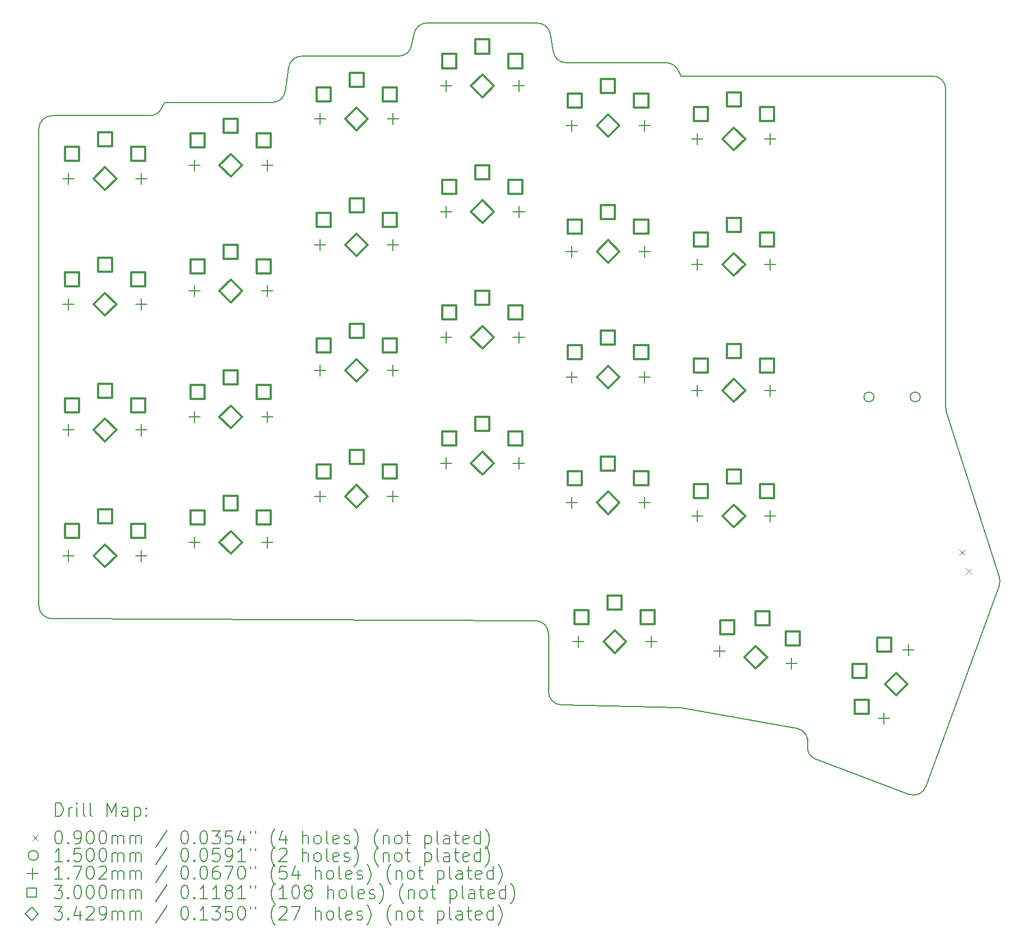
<source format=gbr>
%TF.GenerationSoftware,KiCad,Pcbnew,8.0.5-8.0.5-0~ubuntu20.04.1*%
%TF.CreationDate,2024-10-07T16:46:17+02:00*%
%TF.ProjectId,keyboard_pcb,6b657962-6f61-4726-945f-7063622e6b69,v1.0.0*%
%TF.SameCoordinates,Original*%
%TF.FileFunction,Drillmap*%
%TF.FilePolarity,Positive*%
%FSLAX45Y45*%
G04 Gerber Fmt 4.5, Leading zero omitted, Abs format (unit mm)*
G04 Created by KiCad (PCBNEW 8.0.5-8.0.5-0~ubuntu20.04.1) date 2024-10-07 16:46:17*
%MOMM*%
%LPD*%
G01*
G04 APERTURE LIST*
%ADD10C,0.150000*%
%ADD11C,0.200000*%
%ADD12C,0.100000*%
%ADD13C,0.170180*%
%ADD14C,0.300000*%
%ADD15C,0.342900*%
G04 APERTURE END LIST*
D10*
X16500805Y-15980198D02*
G75*
G02*
X16700004Y-16180196I-805J-200002D01*
G01*
X22709463Y-12814660D02*
G75*
G02*
X22700001Y-12753867I190537J60790D01*
G01*
X10900000Y-8150000D02*
X12526541Y-8150000D01*
X22402128Y-18485637D02*
X23506723Y-15450787D01*
X20738725Y-18076286D02*
G75*
G02*
X20612132Y-17854345I70375J187216D01*
G01*
X14863961Y-6950000D02*
X16530575Y-6950000D01*
X23509321Y-15321591D02*
G75*
G02*
X23506721Y-15450786I-190531J-60789D01*
G01*
X14632155Y-7289223D02*
X14667845Y-7110777D01*
X22402128Y-18485637D02*
G75*
G02*
X22143820Y-18604442I-187938J68407D01*
G01*
X12724531Y-7978284D02*
X12775469Y-7621716D01*
X16700000Y-17054627D02*
X16700000Y-16180196D01*
X22709463Y-12814660D02*
X23509321Y-15321591D01*
X14632155Y-7289223D02*
G75*
G02*
X14436039Y-7449999I-196115J39223D01*
G01*
X20452326Y-17608907D02*
G75*
G02*
X20614562Y-17840599I-34726J-196963D01*
G01*
X10855279Y-8239443D02*
G75*
G02*
X10676393Y-8350003I-178889J89443D01*
G01*
X16500805Y-15980198D02*
X9199195Y-15950802D01*
X16969425Y-7550000D02*
X18476393Y-7550000D01*
X18655279Y-7660557D02*
X18700000Y-7750000D01*
X9000000Y-8550000D02*
G75*
G02*
X9200000Y-8350000I200000J0D01*
G01*
X22500000Y-7750000D02*
G75*
G02*
X22700000Y-7950000I0J-200000D01*
G01*
X16727853Y-7117120D02*
X16772147Y-7382880D01*
X18664534Y-17295986D02*
G75*
G02*
X18694584Y-17298970I-4684J-199944D01*
G01*
X20452326Y-17608907D02*
X18694584Y-17298970D01*
X14667845Y-7110777D02*
G75*
G02*
X14863961Y-6950001I196115J-39223D01*
G01*
X12724531Y-7978284D02*
G75*
G02*
X12526541Y-8150001I-197991J28284D01*
G01*
X10855279Y-8239443D02*
X10900000Y-8150000D01*
X18664534Y-17295986D02*
X16895320Y-17254572D01*
X16530575Y-6950000D02*
G75*
G02*
X16727849Y-7117121I-5J-200000D01*
G01*
X16969425Y-7550000D02*
G75*
G02*
X16772151Y-7382879I5J200000D01*
G01*
X9000000Y-15750804D02*
X9000000Y-8550000D01*
X20612134Y-17854345D02*
X20614558Y-17840598D01*
X22143819Y-18604444D02*
X20738725Y-18076286D01*
X22700000Y-7950000D02*
X22700000Y-12753867D01*
X18476393Y-7550000D02*
G75*
G02*
X18655276Y-7660559I-3J-200000D01*
G01*
X18700000Y-7750000D02*
X22500000Y-7750000D01*
X12973459Y-7450000D02*
X14436039Y-7450000D01*
X12775469Y-7621716D02*
G75*
G02*
X12973459Y-7449999I197991J-28284D01*
G01*
X9200000Y-8350000D02*
X10676393Y-8350000D01*
X9199195Y-15950802D02*
G75*
G02*
X8999996Y-15750804I805J200002D01*
G01*
X16895320Y-17254572D02*
G75*
G02*
X16700003Y-17054627I4680J199942D01*
G01*
D11*
D12*
X22903697Y-14905000D02*
X22993697Y-14995000D01*
X22993697Y-14905000D02*
X22903697Y-14995000D01*
X22903697Y-14905000D02*
X22993697Y-14995000D01*
X22993697Y-14905000D02*
X22903697Y-14995000D01*
X23006303Y-15186908D02*
X23096303Y-15276908D01*
X23096303Y-15186908D02*
X23006303Y-15276908D01*
X23006303Y-15186908D02*
X23096303Y-15276908D01*
X23096303Y-15186908D02*
X23006303Y-15276908D01*
D10*
X21615000Y-12600000D02*
G75*
G02*
X21465000Y-12600000I-75000J0D01*
G01*
X21465000Y-12600000D02*
G75*
G02*
X21615000Y-12600000I75000J0D01*
G01*
X22315000Y-12600000D02*
G75*
G02*
X22165000Y-12600000I-75000J0D01*
G01*
X22165000Y-12600000D02*
G75*
G02*
X22315000Y-12600000I75000J0D01*
G01*
D13*
X9450000Y-9214910D02*
X9450000Y-9385090D01*
X9364910Y-9300000D02*
X9535090Y-9300000D01*
X9450000Y-11114910D02*
X9450000Y-11285090D01*
X9364910Y-11200000D02*
X9535090Y-11200000D01*
X9450000Y-13014910D02*
X9450000Y-13185090D01*
X9364910Y-13100000D02*
X9535090Y-13100000D01*
X9450000Y-14914910D02*
X9450000Y-15085090D01*
X9364910Y-15000000D02*
X9535090Y-15000000D01*
X10550000Y-9214910D02*
X10550000Y-9385090D01*
X10464910Y-9300000D02*
X10635090Y-9300000D01*
X10550000Y-11114910D02*
X10550000Y-11285090D01*
X10464910Y-11200000D02*
X10635090Y-11200000D01*
X10550000Y-13014910D02*
X10550000Y-13185090D01*
X10464910Y-13100000D02*
X10635090Y-13100000D01*
X10550000Y-14914910D02*
X10550000Y-15085090D01*
X10464910Y-15000000D02*
X10635090Y-15000000D01*
X11350000Y-9014910D02*
X11350000Y-9185090D01*
X11264910Y-9100000D02*
X11435090Y-9100000D01*
X11350000Y-10914910D02*
X11350000Y-11085090D01*
X11264910Y-11000000D02*
X11435090Y-11000000D01*
X11350000Y-12814910D02*
X11350000Y-12985090D01*
X11264910Y-12900000D02*
X11435090Y-12900000D01*
X11350000Y-14714910D02*
X11350000Y-14885090D01*
X11264910Y-14800000D02*
X11435090Y-14800000D01*
X12450000Y-9014910D02*
X12450000Y-9185090D01*
X12364910Y-9100000D02*
X12535090Y-9100000D01*
X12450000Y-10914910D02*
X12450000Y-11085090D01*
X12364910Y-11000000D02*
X12535090Y-11000000D01*
X12450000Y-12814910D02*
X12450000Y-12985090D01*
X12364910Y-12900000D02*
X12535090Y-12900000D01*
X12450000Y-14714910D02*
X12450000Y-14885090D01*
X12364910Y-14800000D02*
X12535090Y-14800000D01*
X13250000Y-8314910D02*
X13250000Y-8485090D01*
X13164910Y-8400000D02*
X13335090Y-8400000D01*
X13250000Y-10214910D02*
X13250000Y-10385090D01*
X13164910Y-10300000D02*
X13335090Y-10300000D01*
X13250000Y-12114910D02*
X13250000Y-12285090D01*
X13164910Y-12200000D02*
X13335090Y-12200000D01*
X13250000Y-14014910D02*
X13250000Y-14185090D01*
X13164910Y-14100000D02*
X13335090Y-14100000D01*
X14350000Y-8314910D02*
X14350000Y-8485090D01*
X14264910Y-8400000D02*
X14435090Y-8400000D01*
X14350000Y-10214910D02*
X14350000Y-10385090D01*
X14264910Y-10300000D02*
X14435090Y-10300000D01*
X14350000Y-12114910D02*
X14350000Y-12285090D01*
X14264910Y-12200000D02*
X14435090Y-12200000D01*
X14350000Y-14014910D02*
X14350000Y-14185090D01*
X14264910Y-14100000D02*
X14435090Y-14100000D01*
X15150000Y-7814910D02*
X15150000Y-7985090D01*
X15064910Y-7900000D02*
X15235090Y-7900000D01*
X15150000Y-9714910D02*
X15150000Y-9885090D01*
X15064910Y-9800000D02*
X15235090Y-9800000D01*
X15150000Y-11614910D02*
X15150000Y-11785090D01*
X15064910Y-11700000D02*
X15235090Y-11700000D01*
X15150000Y-13514910D02*
X15150000Y-13685090D01*
X15064910Y-13600000D02*
X15235090Y-13600000D01*
X16250000Y-7814910D02*
X16250000Y-7985090D01*
X16164910Y-7900000D02*
X16335090Y-7900000D01*
X16250000Y-9714910D02*
X16250000Y-9885090D01*
X16164910Y-9800000D02*
X16335090Y-9800000D01*
X16250000Y-11614910D02*
X16250000Y-11785090D01*
X16164910Y-11700000D02*
X16335090Y-11700000D01*
X16250000Y-13514910D02*
X16250000Y-13685090D01*
X16164910Y-13600000D02*
X16335090Y-13600000D01*
X17050000Y-8414910D02*
X17050000Y-8585090D01*
X16964910Y-8500000D02*
X17135090Y-8500000D01*
X17050000Y-10314910D02*
X17050000Y-10485090D01*
X16964910Y-10400000D02*
X17135090Y-10400000D01*
X17050000Y-12214910D02*
X17050000Y-12385090D01*
X16964910Y-12300000D02*
X17135090Y-12300000D01*
X17050000Y-14114910D02*
X17050000Y-14285090D01*
X16964910Y-14200000D02*
X17135090Y-14200000D01*
X17150000Y-16214910D02*
X17150000Y-16385090D01*
X17064910Y-16300000D02*
X17235090Y-16300000D01*
X18150000Y-8414910D02*
X18150000Y-8585090D01*
X18064910Y-8500000D02*
X18235090Y-8500000D01*
X18150000Y-10314910D02*
X18150000Y-10485090D01*
X18064910Y-10400000D02*
X18235090Y-10400000D01*
X18150000Y-12214910D02*
X18150000Y-12385090D01*
X18064910Y-12300000D02*
X18235090Y-12300000D01*
X18150000Y-14114910D02*
X18150000Y-14285090D01*
X18064910Y-14200000D02*
X18235090Y-14200000D01*
X18250000Y-16214910D02*
X18250000Y-16385090D01*
X18164910Y-16300000D02*
X18335090Y-16300000D01*
X18950000Y-8614910D02*
X18950000Y-8785090D01*
X18864910Y-8700000D02*
X19035090Y-8700000D01*
X18950000Y-10514910D02*
X18950000Y-10685090D01*
X18864910Y-10600000D02*
X19035090Y-10600000D01*
X18950000Y-12414910D02*
X18950000Y-12585090D01*
X18864910Y-12500000D02*
X19035090Y-12500000D01*
X18950000Y-14314910D02*
X18950000Y-14485090D01*
X18864910Y-14400000D02*
X19035090Y-14400000D01*
X19287801Y-16353825D02*
X19287801Y-16524005D01*
X19202711Y-16438915D02*
X19372891Y-16438915D01*
X20050000Y-8614910D02*
X20050000Y-8785090D01*
X19964910Y-8700000D02*
X20135090Y-8700000D01*
X20050000Y-10514910D02*
X20050000Y-10685090D01*
X19964910Y-10600000D02*
X20135090Y-10600000D01*
X20050000Y-12414910D02*
X20050000Y-12585090D01*
X19964910Y-12500000D02*
X20135090Y-12500000D01*
X20050000Y-14314910D02*
X20050000Y-14485090D01*
X19964910Y-14400000D02*
X20135090Y-14400000D01*
X20371090Y-16544838D02*
X20371090Y-16715018D01*
X20286000Y-16629928D02*
X20456180Y-16629928D01*
X21765214Y-17372839D02*
X21765214Y-17543019D01*
X21680124Y-17457929D02*
X21850304Y-17457929D01*
X22141436Y-16339178D02*
X22141436Y-16509358D01*
X22056346Y-16424268D02*
X22226526Y-16424268D01*
D14*
X9606067Y-9031067D02*
X9606067Y-8818933D01*
X9393933Y-8818933D01*
X9393933Y-9031067D01*
X9606067Y-9031067D01*
X9606067Y-10931067D02*
X9606067Y-10718933D01*
X9393933Y-10718933D01*
X9393933Y-10931067D01*
X9606067Y-10931067D01*
X9606067Y-12831067D02*
X9606067Y-12618933D01*
X9393933Y-12618933D01*
X9393933Y-12831067D01*
X9606067Y-12831067D01*
X9606067Y-14731067D02*
X9606067Y-14518933D01*
X9393933Y-14518933D01*
X9393933Y-14731067D01*
X9606067Y-14731067D01*
X10106067Y-8811067D02*
X10106067Y-8598933D01*
X9893933Y-8598933D01*
X9893933Y-8811067D01*
X10106067Y-8811067D01*
X10106067Y-8811067D02*
X10106067Y-8598933D01*
X9893933Y-8598933D01*
X9893933Y-8811067D01*
X10106067Y-8811067D01*
X10106067Y-10711067D02*
X10106067Y-10498933D01*
X9893933Y-10498933D01*
X9893933Y-10711067D01*
X10106067Y-10711067D01*
X10106067Y-10711067D02*
X10106067Y-10498933D01*
X9893933Y-10498933D01*
X9893933Y-10711067D01*
X10106067Y-10711067D01*
X10106067Y-12611067D02*
X10106067Y-12398933D01*
X9893933Y-12398933D01*
X9893933Y-12611067D01*
X10106067Y-12611067D01*
X10106067Y-12611067D02*
X10106067Y-12398933D01*
X9893933Y-12398933D01*
X9893933Y-12611067D01*
X10106067Y-12611067D01*
X10106067Y-14511067D02*
X10106067Y-14298933D01*
X9893933Y-14298933D01*
X9893933Y-14511067D01*
X10106067Y-14511067D01*
X10106067Y-14511067D02*
X10106067Y-14298933D01*
X9893933Y-14298933D01*
X9893933Y-14511067D01*
X10106067Y-14511067D01*
X10606067Y-9031067D02*
X10606067Y-8818933D01*
X10393933Y-8818933D01*
X10393933Y-9031067D01*
X10606067Y-9031067D01*
X10606067Y-10931067D02*
X10606067Y-10718933D01*
X10393933Y-10718933D01*
X10393933Y-10931067D01*
X10606067Y-10931067D01*
X10606067Y-12831067D02*
X10606067Y-12618933D01*
X10393933Y-12618933D01*
X10393933Y-12831067D01*
X10606067Y-12831067D01*
X10606067Y-14731067D02*
X10606067Y-14518933D01*
X10393933Y-14518933D01*
X10393933Y-14731067D01*
X10606067Y-14731067D01*
X11506067Y-8831067D02*
X11506067Y-8618933D01*
X11293933Y-8618933D01*
X11293933Y-8831067D01*
X11506067Y-8831067D01*
X11506067Y-10731067D02*
X11506067Y-10518933D01*
X11293933Y-10518933D01*
X11293933Y-10731067D01*
X11506067Y-10731067D01*
X11506067Y-12631067D02*
X11506067Y-12418933D01*
X11293933Y-12418933D01*
X11293933Y-12631067D01*
X11506067Y-12631067D01*
X11506067Y-14531067D02*
X11506067Y-14318933D01*
X11293933Y-14318933D01*
X11293933Y-14531067D01*
X11506067Y-14531067D01*
X12006067Y-8611067D02*
X12006067Y-8398933D01*
X11793933Y-8398933D01*
X11793933Y-8611067D01*
X12006067Y-8611067D01*
X12006067Y-8611067D02*
X12006067Y-8398933D01*
X11793933Y-8398933D01*
X11793933Y-8611067D01*
X12006067Y-8611067D01*
X12006067Y-10511067D02*
X12006067Y-10298933D01*
X11793933Y-10298933D01*
X11793933Y-10511067D01*
X12006067Y-10511067D01*
X12006067Y-10511067D02*
X12006067Y-10298933D01*
X11793933Y-10298933D01*
X11793933Y-10511067D01*
X12006067Y-10511067D01*
X12006067Y-12411067D02*
X12006067Y-12198933D01*
X11793933Y-12198933D01*
X11793933Y-12411067D01*
X12006067Y-12411067D01*
X12006067Y-12411067D02*
X12006067Y-12198933D01*
X11793933Y-12198933D01*
X11793933Y-12411067D01*
X12006067Y-12411067D01*
X12006067Y-14311067D02*
X12006067Y-14098933D01*
X11793933Y-14098933D01*
X11793933Y-14311067D01*
X12006067Y-14311067D01*
X12006067Y-14311067D02*
X12006067Y-14098933D01*
X11793933Y-14098933D01*
X11793933Y-14311067D01*
X12006067Y-14311067D01*
X12506067Y-8831067D02*
X12506067Y-8618933D01*
X12293933Y-8618933D01*
X12293933Y-8831067D01*
X12506067Y-8831067D01*
X12506067Y-10731067D02*
X12506067Y-10518933D01*
X12293933Y-10518933D01*
X12293933Y-10731067D01*
X12506067Y-10731067D01*
X12506067Y-12631067D02*
X12506067Y-12418933D01*
X12293933Y-12418933D01*
X12293933Y-12631067D01*
X12506067Y-12631067D01*
X12506067Y-14531067D02*
X12506067Y-14318933D01*
X12293933Y-14318933D01*
X12293933Y-14531067D01*
X12506067Y-14531067D01*
X13406067Y-8131067D02*
X13406067Y-7918933D01*
X13193933Y-7918933D01*
X13193933Y-8131067D01*
X13406067Y-8131067D01*
X13406067Y-10031067D02*
X13406067Y-9818933D01*
X13193933Y-9818933D01*
X13193933Y-10031067D01*
X13406067Y-10031067D01*
X13406067Y-11931067D02*
X13406067Y-11718933D01*
X13193933Y-11718933D01*
X13193933Y-11931067D01*
X13406067Y-11931067D01*
X13406067Y-13831067D02*
X13406067Y-13618933D01*
X13193933Y-13618933D01*
X13193933Y-13831067D01*
X13406067Y-13831067D01*
X13906067Y-7911067D02*
X13906067Y-7698933D01*
X13693933Y-7698933D01*
X13693933Y-7911067D01*
X13906067Y-7911067D01*
X13906067Y-7911067D02*
X13906067Y-7698933D01*
X13693933Y-7698933D01*
X13693933Y-7911067D01*
X13906067Y-7911067D01*
X13906067Y-9811067D02*
X13906067Y-9598933D01*
X13693933Y-9598933D01*
X13693933Y-9811067D01*
X13906067Y-9811067D01*
X13906067Y-9811067D02*
X13906067Y-9598933D01*
X13693933Y-9598933D01*
X13693933Y-9811067D01*
X13906067Y-9811067D01*
X13906067Y-11711067D02*
X13906067Y-11498933D01*
X13693933Y-11498933D01*
X13693933Y-11711067D01*
X13906067Y-11711067D01*
X13906067Y-11711067D02*
X13906067Y-11498933D01*
X13693933Y-11498933D01*
X13693933Y-11711067D01*
X13906067Y-11711067D01*
X13906067Y-13611067D02*
X13906067Y-13398933D01*
X13693933Y-13398933D01*
X13693933Y-13611067D01*
X13906067Y-13611067D01*
X13906067Y-13611067D02*
X13906067Y-13398933D01*
X13693933Y-13398933D01*
X13693933Y-13611067D01*
X13906067Y-13611067D01*
X14406067Y-8131067D02*
X14406067Y-7918933D01*
X14193933Y-7918933D01*
X14193933Y-8131067D01*
X14406067Y-8131067D01*
X14406067Y-10031067D02*
X14406067Y-9818933D01*
X14193933Y-9818933D01*
X14193933Y-10031067D01*
X14406067Y-10031067D01*
X14406067Y-11931067D02*
X14406067Y-11718933D01*
X14193933Y-11718933D01*
X14193933Y-11931067D01*
X14406067Y-11931067D01*
X14406067Y-13831067D02*
X14406067Y-13618933D01*
X14193933Y-13618933D01*
X14193933Y-13831067D01*
X14406067Y-13831067D01*
X15306067Y-7631067D02*
X15306067Y-7418933D01*
X15093933Y-7418933D01*
X15093933Y-7631067D01*
X15306067Y-7631067D01*
X15306067Y-9531067D02*
X15306067Y-9318933D01*
X15093933Y-9318933D01*
X15093933Y-9531067D01*
X15306067Y-9531067D01*
X15306067Y-11431067D02*
X15306067Y-11218933D01*
X15093933Y-11218933D01*
X15093933Y-11431067D01*
X15306067Y-11431067D01*
X15306067Y-13331067D02*
X15306067Y-13118933D01*
X15093933Y-13118933D01*
X15093933Y-13331067D01*
X15306067Y-13331067D01*
X15806067Y-7411067D02*
X15806067Y-7198933D01*
X15593933Y-7198933D01*
X15593933Y-7411067D01*
X15806067Y-7411067D01*
X15806067Y-7411067D02*
X15806067Y-7198933D01*
X15593933Y-7198933D01*
X15593933Y-7411067D01*
X15806067Y-7411067D01*
X15806067Y-9311067D02*
X15806067Y-9098933D01*
X15593933Y-9098933D01*
X15593933Y-9311067D01*
X15806067Y-9311067D01*
X15806067Y-9311067D02*
X15806067Y-9098933D01*
X15593933Y-9098933D01*
X15593933Y-9311067D01*
X15806067Y-9311067D01*
X15806067Y-11211067D02*
X15806067Y-10998933D01*
X15593933Y-10998933D01*
X15593933Y-11211067D01*
X15806067Y-11211067D01*
X15806067Y-11211067D02*
X15806067Y-10998933D01*
X15593933Y-10998933D01*
X15593933Y-11211067D01*
X15806067Y-11211067D01*
X15806067Y-13111067D02*
X15806067Y-12898933D01*
X15593933Y-12898933D01*
X15593933Y-13111067D01*
X15806067Y-13111067D01*
X15806067Y-13111067D02*
X15806067Y-12898933D01*
X15593933Y-12898933D01*
X15593933Y-13111067D01*
X15806067Y-13111067D01*
X16306067Y-7631067D02*
X16306067Y-7418933D01*
X16093933Y-7418933D01*
X16093933Y-7631067D01*
X16306067Y-7631067D01*
X16306067Y-9531067D02*
X16306067Y-9318933D01*
X16093933Y-9318933D01*
X16093933Y-9531067D01*
X16306067Y-9531067D01*
X16306067Y-11431067D02*
X16306067Y-11218933D01*
X16093933Y-11218933D01*
X16093933Y-11431067D01*
X16306067Y-11431067D01*
X16306067Y-13331067D02*
X16306067Y-13118933D01*
X16093933Y-13118933D01*
X16093933Y-13331067D01*
X16306067Y-13331067D01*
X17206067Y-8231067D02*
X17206067Y-8018933D01*
X16993933Y-8018933D01*
X16993933Y-8231067D01*
X17206067Y-8231067D01*
X17206067Y-10131067D02*
X17206067Y-9918933D01*
X16993933Y-9918933D01*
X16993933Y-10131067D01*
X17206067Y-10131067D01*
X17206067Y-12031067D02*
X17206067Y-11818933D01*
X16993933Y-11818933D01*
X16993933Y-12031067D01*
X17206067Y-12031067D01*
X17206067Y-13931067D02*
X17206067Y-13718933D01*
X16993933Y-13718933D01*
X16993933Y-13931067D01*
X17206067Y-13931067D01*
X17306067Y-16031067D02*
X17306067Y-15818933D01*
X17093933Y-15818933D01*
X17093933Y-16031067D01*
X17306067Y-16031067D01*
X17706067Y-8011067D02*
X17706067Y-7798933D01*
X17493933Y-7798933D01*
X17493933Y-8011067D01*
X17706067Y-8011067D01*
X17706067Y-8011067D02*
X17706067Y-7798933D01*
X17493933Y-7798933D01*
X17493933Y-8011067D01*
X17706067Y-8011067D01*
X17706067Y-9911067D02*
X17706067Y-9698933D01*
X17493933Y-9698933D01*
X17493933Y-9911067D01*
X17706067Y-9911067D01*
X17706067Y-9911067D02*
X17706067Y-9698933D01*
X17493933Y-9698933D01*
X17493933Y-9911067D01*
X17706067Y-9911067D01*
X17706067Y-11811067D02*
X17706067Y-11598933D01*
X17493933Y-11598933D01*
X17493933Y-11811067D01*
X17706067Y-11811067D01*
X17706067Y-11811067D02*
X17706067Y-11598933D01*
X17493933Y-11598933D01*
X17493933Y-11811067D01*
X17706067Y-11811067D01*
X17706067Y-13711067D02*
X17706067Y-13498933D01*
X17493933Y-13498933D01*
X17493933Y-13711067D01*
X17706067Y-13711067D01*
X17706067Y-13711067D02*
X17706067Y-13498933D01*
X17493933Y-13498933D01*
X17493933Y-13711067D01*
X17706067Y-13711067D01*
X17806067Y-15811067D02*
X17806067Y-15598933D01*
X17593933Y-15598933D01*
X17593933Y-15811067D01*
X17806067Y-15811067D01*
X17806067Y-15811067D02*
X17806067Y-15598933D01*
X17593933Y-15598933D01*
X17593933Y-15811067D01*
X17806067Y-15811067D01*
X18206067Y-8231067D02*
X18206067Y-8018933D01*
X17993933Y-8018933D01*
X17993933Y-8231067D01*
X18206067Y-8231067D01*
X18206067Y-10131067D02*
X18206067Y-9918933D01*
X17993933Y-9918933D01*
X17993933Y-10131067D01*
X18206067Y-10131067D01*
X18206067Y-12031067D02*
X18206067Y-11818933D01*
X17993933Y-11818933D01*
X17993933Y-12031067D01*
X18206067Y-12031067D01*
X18206067Y-13931067D02*
X18206067Y-13718933D01*
X17993933Y-13718933D01*
X17993933Y-13931067D01*
X18206067Y-13931067D01*
X18306067Y-16031067D02*
X18306067Y-15818933D01*
X18093933Y-15818933D01*
X18093933Y-16031067D01*
X18306067Y-16031067D01*
X19106067Y-8431067D02*
X19106067Y-8218933D01*
X18893933Y-8218933D01*
X18893933Y-8431067D01*
X19106067Y-8431067D01*
X19106067Y-10331067D02*
X19106067Y-10118933D01*
X18893933Y-10118933D01*
X18893933Y-10331067D01*
X19106067Y-10331067D01*
X19106067Y-12231067D02*
X19106067Y-12018933D01*
X18893933Y-12018933D01*
X18893933Y-12231067D01*
X19106067Y-12231067D01*
X19106067Y-14131067D02*
X19106067Y-13918933D01*
X18893933Y-13918933D01*
X18893933Y-14131067D01*
X19106067Y-14131067D01*
X19508227Y-16184361D02*
X19508227Y-15972227D01*
X19296093Y-15972227D01*
X19296093Y-16184361D01*
X19508227Y-16184361D01*
X19606067Y-8211067D02*
X19606067Y-7998933D01*
X19393933Y-7998933D01*
X19393933Y-8211067D01*
X19606067Y-8211067D01*
X19606067Y-8211067D02*
X19606067Y-7998933D01*
X19393933Y-7998933D01*
X19393933Y-8211067D01*
X19606067Y-8211067D01*
X19606067Y-10111067D02*
X19606067Y-9898933D01*
X19393933Y-9898933D01*
X19393933Y-10111067D01*
X19606067Y-10111067D01*
X19606067Y-10111067D02*
X19606067Y-9898933D01*
X19393933Y-9898933D01*
X19393933Y-10111067D01*
X19606067Y-10111067D01*
X19606067Y-12011067D02*
X19606067Y-11798933D01*
X19393933Y-11798933D01*
X19393933Y-12011067D01*
X19606067Y-12011067D01*
X19606067Y-12011067D02*
X19606067Y-11798933D01*
X19393933Y-11798933D01*
X19393933Y-12011067D01*
X19606067Y-12011067D01*
X19606067Y-13911067D02*
X19606067Y-13698933D01*
X19393933Y-13698933D01*
X19393933Y-13911067D01*
X19606067Y-13911067D01*
X19606067Y-13911067D02*
X19606067Y-13698933D01*
X19393933Y-13698933D01*
X19393933Y-13911067D01*
X19606067Y-13911067D01*
X20038833Y-16054527D02*
X20038833Y-15842393D01*
X19826699Y-15842393D01*
X19826699Y-16054527D01*
X20038833Y-16054527D01*
X20038833Y-16054527D02*
X20038833Y-15842393D01*
X19826699Y-15842393D01*
X19826699Y-16054527D01*
X20038833Y-16054527D01*
X20106067Y-8431067D02*
X20106067Y-8218933D01*
X19893933Y-8218933D01*
X19893933Y-8431067D01*
X20106067Y-8431067D01*
X20106067Y-10331067D02*
X20106067Y-10118933D01*
X19893933Y-10118933D01*
X19893933Y-10331067D01*
X20106067Y-10331067D01*
X20106067Y-12231067D02*
X20106067Y-12018933D01*
X19893933Y-12018933D01*
X19893933Y-12231067D01*
X20106067Y-12231067D01*
X20106067Y-14131067D02*
X20106067Y-13918933D01*
X19893933Y-13918933D01*
X19893933Y-14131067D01*
X20106067Y-14131067D01*
X20493034Y-16358009D02*
X20493034Y-16145875D01*
X20280900Y-16145875D01*
X20280900Y-16358009D01*
X20493034Y-16358009D01*
X21500275Y-16843664D02*
X21500275Y-16631529D01*
X21288141Y-16631529D01*
X21288141Y-16843664D01*
X21500275Y-16843664D01*
X21500275Y-16843664D02*
X21500275Y-16631529D01*
X21288141Y-16631529D01*
X21288141Y-16843664D01*
X21500275Y-16843664D01*
X21535997Y-17388754D02*
X21535997Y-17176620D01*
X21323863Y-17176620D01*
X21323863Y-17388754D01*
X21535997Y-17388754D01*
X21878017Y-16449062D02*
X21878017Y-16236928D01*
X21665883Y-16236928D01*
X21665883Y-16449062D01*
X21878017Y-16449062D01*
D15*
X10000000Y-9471450D02*
X10171450Y-9300000D01*
X10000000Y-9128550D01*
X9828550Y-9300000D01*
X10000000Y-9471450D01*
X10000000Y-11371450D02*
X10171450Y-11200000D01*
X10000000Y-11028550D01*
X9828550Y-11200000D01*
X10000000Y-11371450D01*
X10000000Y-13271450D02*
X10171450Y-13100000D01*
X10000000Y-12928550D01*
X9828550Y-13100000D01*
X10000000Y-13271450D01*
X10000000Y-15171450D02*
X10171450Y-15000000D01*
X10000000Y-14828550D01*
X9828550Y-15000000D01*
X10000000Y-15171450D01*
X11900000Y-9271450D02*
X12071450Y-9100000D01*
X11900000Y-8928550D01*
X11728550Y-9100000D01*
X11900000Y-9271450D01*
X11900000Y-11171450D02*
X12071450Y-11000000D01*
X11900000Y-10828550D01*
X11728550Y-11000000D01*
X11900000Y-11171450D01*
X11900000Y-13071450D02*
X12071450Y-12900000D01*
X11900000Y-12728550D01*
X11728550Y-12900000D01*
X11900000Y-13071450D01*
X11900000Y-14971450D02*
X12071450Y-14800000D01*
X11900000Y-14628550D01*
X11728550Y-14800000D01*
X11900000Y-14971450D01*
X13800000Y-8571450D02*
X13971450Y-8400000D01*
X13800000Y-8228550D01*
X13628550Y-8400000D01*
X13800000Y-8571450D01*
X13800000Y-10471450D02*
X13971450Y-10300000D01*
X13800000Y-10128550D01*
X13628550Y-10300000D01*
X13800000Y-10471450D01*
X13800000Y-12371450D02*
X13971450Y-12200000D01*
X13800000Y-12028550D01*
X13628550Y-12200000D01*
X13800000Y-12371450D01*
X13800000Y-14271450D02*
X13971450Y-14100000D01*
X13800000Y-13928550D01*
X13628550Y-14100000D01*
X13800000Y-14271450D01*
X15700000Y-8071450D02*
X15871450Y-7900000D01*
X15700000Y-7728550D01*
X15528550Y-7900000D01*
X15700000Y-8071450D01*
X15700000Y-9971450D02*
X15871450Y-9800000D01*
X15700000Y-9628550D01*
X15528550Y-9800000D01*
X15700000Y-9971450D01*
X15700000Y-11871450D02*
X15871450Y-11700000D01*
X15700000Y-11528550D01*
X15528550Y-11700000D01*
X15700000Y-11871450D01*
X15700000Y-13771450D02*
X15871450Y-13600000D01*
X15700000Y-13428550D01*
X15528550Y-13600000D01*
X15700000Y-13771450D01*
X17600000Y-8671450D02*
X17771450Y-8500000D01*
X17600000Y-8328550D01*
X17428550Y-8500000D01*
X17600000Y-8671450D01*
X17600000Y-10571450D02*
X17771450Y-10400000D01*
X17600000Y-10228550D01*
X17428550Y-10400000D01*
X17600000Y-10571450D01*
X17600000Y-12471450D02*
X17771450Y-12300000D01*
X17600000Y-12128550D01*
X17428550Y-12300000D01*
X17600000Y-12471450D01*
X17600000Y-14371450D02*
X17771450Y-14200000D01*
X17600000Y-14028550D01*
X17428550Y-14200000D01*
X17600000Y-14371450D01*
X17700000Y-16471450D02*
X17871450Y-16300000D01*
X17700000Y-16128550D01*
X17528550Y-16300000D01*
X17700000Y-16471450D01*
X19500000Y-8871450D02*
X19671450Y-8700000D01*
X19500000Y-8528550D01*
X19328550Y-8700000D01*
X19500000Y-8871450D01*
X19500000Y-10771450D02*
X19671450Y-10600000D01*
X19500000Y-10428550D01*
X19328550Y-10600000D01*
X19500000Y-10771450D01*
X19500000Y-12671450D02*
X19671450Y-12500000D01*
X19500000Y-12328550D01*
X19328550Y-12500000D01*
X19500000Y-12671450D01*
X19500000Y-14571450D02*
X19671450Y-14400000D01*
X19500000Y-14228550D01*
X19328550Y-14400000D01*
X19500000Y-14571450D01*
X19829446Y-16705871D02*
X20000896Y-16534421D01*
X19829446Y-16362971D01*
X19657996Y-16534421D01*
X19829446Y-16705871D01*
X21953325Y-17112549D02*
X22124775Y-16941099D01*
X21953325Y-16769648D01*
X21781875Y-16941099D01*
X21953325Y-17112549D01*
D11*
X9253277Y-18936214D02*
X9253277Y-18736214D01*
X9253277Y-18736214D02*
X9300896Y-18736214D01*
X9300896Y-18736214D02*
X9329467Y-18745738D01*
X9329467Y-18745738D02*
X9348515Y-18764786D01*
X9348515Y-18764786D02*
X9358039Y-18783833D01*
X9358039Y-18783833D02*
X9367563Y-18821928D01*
X9367563Y-18821928D02*
X9367563Y-18850500D01*
X9367563Y-18850500D02*
X9358039Y-18888595D01*
X9358039Y-18888595D02*
X9348515Y-18907643D01*
X9348515Y-18907643D02*
X9329467Y-18926690D01*
X9329467Y-18926690D02*
X9300896Y-18936214D01*
X9300896Y-18936214D02*
X9253277Y-18936214D01*
X9453277Y-18936214D02*
X9453277Y-18802881D01*
X9453277Y-18840976D02*
X9462801Y-18821928D01*
X9462801Y-18821928D02*
X9472324Y-18812405D01*
X9472324Y-18812405D02*
X9491372Y-18802881D01*
X9491372Y-18802881D02*
X9510420Y-18802881D01*
X9577086Y-18936214D02*
X9577086Y-18802881D01*
X9577086Y-18736214D02*
X9567563Y-18745738D01*
X9567563Y-18745738D02*
X9577086Y-18755262D01*
X9577086Y-18755262D02*
X9586610Y-18745738D01*
X9586610Y-18745738D02*
X9577086Y-18736214D01*
X9577086Y-18736214D02*
X9577086Y-18755262D01*
X9700896Y-18936214D02*
X9681848Y-18926690D01*
X9681848Y-18926690D02*
X9672324Y-18907643D01*
X9672324Y-18907643D02*
X9672324Y-18736214D01*
X9805658Y-18936214D02*
X9786610Y-18926690D01*
X9786610Y-18926690D02*
X9777086Y-18907643D01*
X9777086Y-18907643D02*
X9777086Y-18736214D01*
X10034229Y-18936214D02*
X10034229Y-18736214D01*
X10034229Y-18736214D02*
X10100896Y-18879071D01*
X10100896Y-18879071D02*
X10167563Y-18736214D01*
X10167563Y-18736214D02*
X10167563Y-18936214D01*
X10348515Y-18936214D02*
X10348515Y-18831452D01*
X10348515Y-18831452D02*
X10338991Y-18812405D01*
X10338991Y-18812405D02*
X10319944Y-18802881D01*
X10319944Y-18802881D02*
X10281848Y-18802881D01*
X10281848Y-18802881D02*
X10262801Y-18812405D01*
X10348515Y-18926690D02*
X10329467Y-18936214D01*
X10329467Y-18936214D02*
X10281848Y-18936214D01*
X10281848Y-18936214D02*
X10262801Y-18926690D01*
X10262801Y-18926690D02*
X10253277Y-18907643D01*
X10253277Y-18907643D02*
X10253277Y-18888595D01*
X10253277Y-18888595D02*
X10262801Y-18869548D01*
X10262801Y-18869548D02*
X10281848Y-18860024D01*
X10281848Y-18860024D02*
X10329467Y-18860024D01*
X10329467Y-18860024D02*
X10348515Y-18850500D01*
X10443753Y-18802881D02*
X10443753Y-19002881D01*
X10443753Y-18812405D02*
X10462801Y-18802881D01*
X10462801Y-18802881D02*
X10500896Y-18802881D01*
X10500896Y-18802881D02*
X10519944Y-18812405D01*
X10519944Y-18812405D02*
X10529467Y-18821928D01*
X10529467Y-18821928D02*
X10538991Y-18840976D01*
X10538991Y-18840976D02*
X10538991Y-18898119D01*
X10538991Y-18898119D02*
X10529467Y-18917167D01*
X10529467Y-18917167D02*
X10519944Y-18926690D01*
X10519944Y-18926690D02*
X10500896Y-18936214D01*
X10500896Y-18936214D02*
X10462801Y-18936214D01*
X10462801Y-18936214D02*
X10443753Y-18926690D01*
X10624705Y-18917167D02*
X10634229Y-18926690D01*
X10634229Y-18926690D02*
X10624705Y-18936214D01*
X10624705Y-18936214D02*
X10615182Y-18926690D01*
X10615182Y-18926690D02*
X10624705Y-18917167D01*
X10624705Y-18917167D02*
X10624705Y-18936214D01*
X10624705Y-18812405D02*
X10634229Y-18821928D01*
X10634229Y-18821928D02*
X10624705Y-18831452D01*
X10624705Y-18831452D02*
X10615182Y-18821928D01*
X10615182Y-18821928D02*
X10624705Y-18812405D01*
X10624705Y-18812405D02*
X10624705Y-18831452D01*
D12*
X8902500Y-19219730D02*
X8992500Y-19309730D01*
X8992500Y-19219730D02*
X8902500Y-19309730D01*
D11*
X9291372Y-19156214D02*
X9310420Y-19156214D01*
X9310420Y-19156214D02*
X9329467Y-19165738D01*
X9329467Y-19165738D02*
X9338991Y-19175262D01*
X9338991Y-19175262D02*
X9348515Y-19194309D01*
X9348515Y-19194309D02*
X9358039Y-19232405D01*
X9358039Y-19232405D02*
X9358039Y-19280024D01*
X9358039Y-19280024D02*
X9348515Y-19318119D01*
X9348515Y-19318119D02*
X9338991Y-19337167D01*
X9338991Y-19337167D02*
X9329467Y-19346690D01*
X9329467Y-19346690D02*
X9310420Y-19356214D01*
X9310420Y-19356214D02*
X9291372Y-19356214D01*
X9291372Y-19356214D02*
X9272324Y-19346690D01*
X9272324Y-19346690D02*
X9262801Y-19337167D01*
X9262801Y-19337167D02*
X9253277Y-19318119D01*
X9253277Y-19318119D02*
X9243753Y-19280024D01*
X9243753Y-19280024D02*
X9243753Y-19232405D01*
X9243753Y-19232405D02*
X9253277Y-19194309D01*
X9253277Y-19194309D02*
X9262801Y-19175262D01*
X9262801Y-19175262D02*
X9272324Y-19165738D01*
X9272324Y-19165738D02*
X9291372Y-19156214D01*
X9443753Y-19337167D02*
X9453277Y-19346690D01*
X9453277Y-19346690D02*
X9443753Y-19356214D01*
X9443753Y-19356214D02*
X9434229Y-19346690D01*
X9434229Y-19346690D02*
X9443753Y-19337167D01*
X9443753Y-19337167D02*
X9443753Y-19356214D01*
X9548515Y-19356214D02*
X9586610Y-19356214D01*
X9586610Y-19356214D02*
X9605658Y-19346690D01*
X9605658Y-19346690D02*
X9615182Y-19337167D01*
X9615182Y-19337167D02*
X9634229Y-19308595D01*
X9634229Y-19308595D02*
X9643753Y-19270500D01*
X9643753Y-19270500D02*
X9643753Y-19194309D01*
X9643753Y-19194309D02*
X9634229Y-19175262D01*
X9634229Y-19175262D02*
X9624705Y-19165738D01*
X9624705Y-19165738D02*
X9605658Y-19156214D01*
X9605658Y-19156214D02*
X9567563Y-19156214D01*
X9567563Y-19156214D02*
X9548515Y-19165738D01*
X9548515Y-19165738D02*
X9538991Y-19175262D01*
X9538991Y-19175262D02*
X9529467Y-19194309D01*
X9529467Y-19194309D02*
X9529467Y-19241928D01*
X9529467Y-19241928D02*
X9538991Y-19260976D01*
X9538991Y-19260976D02*
X9548515Y-19270500D01*
X9548515Y-19270500D02*
X9567563Y-19280024D01*
X9567563Y-19280024D02*
X9605658Y-19280024D01*
X9605658Y-19280024D02*
X9624705Y-19270500D01*
X9624705Y-19270500D02*
X9634229Y-19260976D01*
X9634229Y-19260976D02*
X9643753Y-19241928D01*
X9767563Y-19156214D02*
X9786610Y-19156214D01*
X9786610Y-19156214D02*
X9805658Y-19165738D01*
X9805658Y-19165738D02*
X9815182Y-19175262D01*
X9815182Y-19175262D02*
X9824705Y-19194309D01*
X9824705Y-19194309D02*
X9834229Y-19232405D01*
X9834229Y-19232405D02*
X9834229Y-19280024D01*
X9834229Y-19280024D02*
X9824705Y-19318119D01*
X9824705Y-19318119D02*
X9815182Y-19337167D01*
X9815182Y-19337167D02*
X9805658Y-19346690D01*
X9805658Y-19346690D02*
X9786610Y-19356214D01*
X9786610Y-19356214D02*
X9767563Y-19356214D01*
X9767563Y-19356214D02*
X9748515Y-19346690D01*
X9748515Y-19346690D02*
X9738991Y-19337167D01*
X9738991Y-19337167D02*
X9729467Y-19318119D01*
X9729467Y-19318119D02*
X9719944Y-19280024D01*
X9719944Y-19280024D02*
X9719944Y-19232405D01*
X9719944Y-19232405D02*
X9729467Y-19194309D01*
X9729467Y-19194309D02*
X9738991Y-19175262D01*
X9738991Y-19175262D02*
X9748515Y-19165738D01*
X9748515Y-19165738D02*
X9767563Y-19156214D01*
X9958039Y-19156214D02*
X9977086Y-19156214D01*
X9977086Y-19156214D02*
X9996134Y-19165738D01*
X9996134Y-19165738D02*
X10005658Y-19175262D01*
X10005658Y-19175262D02*
X10015182Y-19194309D01*
X10015182Y-19194309D02*
X10024705Y-19232405D01*
X10024705Y-19232405D02*
X10024705Y-19280024D01*
X10024705Y-19280024D02*
X10015182Y-19318119D01*
X10015182Y-19318119D02*
X10005658Y-19337167D01*
X10005658Y-19337167D02*
X9996134Y-19346690D01*
X9996134Y-19346690D02*
X9977086Y-19356214D01*
X9977086Y-19356214D02*
X9958039Y-19356214D01*
X9958039Y-19356214D02*
X9938991Y-19346690D01*
X9938991Y-19346690D02*
X9929467Y-19337167D01*
X9929467Y-19337167D02*
X9919944Y-19318119D01*
X9919944Y-19318119D02*
X9910420Y-19280024D01*
X9910420Y-19280024D02*
X9910420Y-19232405D01*
X9910420Y-19232405D02*
X9919944Y-19194309D01*
X9919944Y-19194309D02*
X9929467Y-19175262D01*
X9929467Y-19175262D02*
X9938991Y-19165738D01*
X9938991Y-19165738D02*
X9958039Y-19156214D01*
X10110420Y-19356214D02*
X10110420Y-19222881D01*
X10110420Y-19241928D02*
X10119944Y-19232405D01*
X10119944Y-19232405D02*
X10138991Y-19222881D01*
X10138991Y-19222881D02*
X10167563Y-19222881D01*
X10167563Y-19222881D02*
X10186610Y-19232405D01*
X10186610Y-19232405D02*
X10196134Y-19251452D01*
X10196134Y-19251452D02*
X10196134Y-19356214D01*
X10196134Y-19251452D02*
X10205658Y-19232405D01*
X10205658Y-19232405D02*
X10224705Y-19222881D01*
X10224705Y-19222881D02*
X10253277Y-19222881D01*
X10253277Y-19222881D02*
X10272325Y-19232405D01*
X10272325Y-19232405D02*
X10281848Y-19251452D01*
X10281848Y-19251452D02*
X10281848Y-19356214D01*
X10377086Y-19356214D02*
X10377086Y-19222881D01*
X10377086Y-19241928D02*
X10386610Y-19232405D01*
X10386610Y-19232405D02*
X10405658Y-19222881D01*
X10405658Y-19222881D02*
X10434229Y-19222881D01*
X10434229Y-19222881D02*
X10453277Y-19232405D01*
X10453277Y-19232405D02*
X10462801Y-19251452D01*
X10462801Y-19251452D02*
X10462801Y-19356214D01*
X10462801Y-19251452D02*
X10472325Y-19232405D01*
X10472325Y-19232405D02*
X10491372Y-19222881D01*
X10491372Y-19222881D02*
X10519944Y-19222881D01*
X10519944Y-19222881D02*
X10538991Y-19232405D01*
X10538991Y-19232405D02*
X10548515Y-19251452D01*
X10548515Y-19251452D02*
X10548515Y-19356214D01*
X10938991Y-19146690D02*
X10767563Y-19403833D01*
X11196134Y-19156214D02*
X11215182Y-19156214D01*
X11215182Y-19156214D02*
X11234229Y-19165738D01*
X11234229Y-19165738D02*
X11243753Y-19175262D01*
X11243753Y-19175262D02*
X11253277Y-19194309D01*
X11253277Y-19194309D02*
X11262801Y-19232405D01*
X11262801Y-19232405D02*
X11262801Y-19280024D01*
X11262801Y-19280024D02*
X11253277Y-19318119D01*
X11253277Y-19318119D02*
X11243753Y-19337167D01*
X11243753Y-19337167D02*
X11234229Y-19346690D01*
X11234229Y-19346690D02*
X11215182Y-19356214D01*
X11215182Y-19356214D02*
X11196134Y-19356214D01*
X11196134Y-19356214D02*
X11177087Y-19346690D01*
X11177087Y-19346690D02*
X11167563Y-19337167D01*
X11167563Y-19337167D02*
X11158039Y-19318119D01*
X11158039Y-19318119D02*
X11148515Y-19280024D01*
X11148515Y-19280024D02*
X11148515Y-19232405D01*
X11148515Y-19232405D02*
X11158039Y-19194309D01*
X11158039Y-19194309D02*
X11167563Y-19175262D01*
X11167563Y-19175262D02*
X11177087Y-19165738D01*
X11177087Y-19165738D02*
X11196134Y-19156214D01*
X11348515Y-19337167D02*
X11358039Y-19346690D01*
X11358039Y-19346690D02*
X11348515Y-19356214D01*
X11348515Y-19356214D02*
X11338991Y-19346690D01*
X11338991Y-19346690D02*
X11348515Y-19337167D01*
X11348515Y-19337167D02*
X11348515Y-19356214D01*
X11481848Y-19156214D02*
X11500896Y-19156214D01*
X11500896Y-19156214D02*
X11519944Y-19165738D01*
X11519944Y-19165738D02*
X11529467Y-19175262D01*
X11529467Y-19175262D02*
X11538991Y-19194309D01*
X11538991Y-19194309D02*
X11548515Y-19232405D01*
X11548515Y-19232405D02*
X11548515Y-19280024D01*
X11548515Y-19280024D02*
X11538991Y-19318119D01*
X11538991Y-19318119D02*
X11529467Y-19337167D01*
X11529467Y-19337167D02*
X11519944Y-19346690D01*
X11519944Y-19346690D02*
X11500896Y-19356214D01*
X11500896Y-19356214D02*
X11481848Y-19356214D01*
X11481848Y-19356214D02*
X11462801Y-19346690D01*
X11462801Y-19346690D02*
X11453277Y-19337167D01*
X11453277Y-19337167D02*
X11443753Y-19318119D01*
X11443753Y-19318119D02*
X11434229Y-19280024D01*
X11434229Y-19280024D02*
X11434229Y-19232405D01*
X11434229Y-19232405D02*
X11443753Y-19194309D01*
X11443753Y-19194309D02*
X11453277Y-19175262D01*
X11453277Y-19175262D02*
X11462801Y-19165738D01*
X11462801Y-19165738D02*
X11481848Y-19156214D01*
X11615182Y-19156214D02*
X11738991Y-19156214D01*
X11738991Y-19156214D02*
X11672325Y-19232405D01*
X11672325Y-19232405D02*
X11700896Y-19232405D01*
X11700896Y-19232405D02*
X11719944Y-19241928D01*
X11719944Y-19241928D02*
X11729467Y-19251452D01*
X11729467Y-19251452D02*
X11738991Y-19270500D01*
X11738991Y-19270500D02*
X11738991Y-19318119D01*
X11738991Y-19318119D02*
X11729467Y-19337167D01*
X11729467Y-19337167D02*
X11719944Y-19346690D01*
X11719944Y-19346690D02*
X11700896Y-19356214D01*
X11700896Y-19356214D02*
X11643753Y-19356214D01*
X11643753Y-19356214D02*
X11624706Y-19346690D01*
X11624706Y-19346690D02*
X11615182Y-19337167D01*
X11919944Y-19156214D02*
X11824706Y-19156214D01*
X11824706Y-19156214D02*
X11815182Y-19251452D01*
X11815182Y-19251452D02*
X11824706Y-19241928D01*
X11824706Y-19241928D02*
X11843753Y-19232405D01*
X11843753Y-19232405D02*
X11891372Y-19232405D01*
X11891372Y-19232405D02*
X11910420Y-19241928D01*
X11910420Y-19241928D02*
X11919944Y-19251452D01*
X11919944Y-19251452D02*
X11929467Y-19270500D01*
X11929467Y-19270500D02*
X11929467Y-19318119D01*
X11929467Y-19318119D02*
X11919944Y-19337167D01*
X11919944Y-19337167D02*
X11910420Y-19346690D01*
X11910420Y-19346690D02*
X11891372Y-19356214D01*
X11891372Y-19356214D02*
X11843753Y-19356214D01*
X11843753Y-19356214D02*
X11824706Y-19346690D01*
X11824706Y-19346690D02*
X11815182Y-19337167D01*
X12100896Y-19222881D02*
X12100896Y-19356214D01*
X12053277Y-19146690D02*
X12005658Y-19289548D01*
X12005658Y-19289548D02*
X12129467Y-19289548D01*
X12196134Y-19156214D02*
X12196134Y-19194309D01*
X12272325Y-19156214D02*
X12272325Y-19194309D01*
X12567563Y-19432405D02*
X12558039Y-19422881D01*
X12558039Y-19422881D02*
X12538991Y-19394309D01*
X12538991Y-19394309D02*
X12529468Y-19375262D01*
X12529468Y-19375262D02*
X12519944Y-19346690D01*
X12519944Y-19346690D02*
X12510420Y-19299071D01*
X12510420Y-19299071D02*
X12510420Y-19260976D01*
X12510420Y-19260976D02*
X12519944Y-19213357D01*
X12519944Y-19213357D02*
X12529468Y-19184786D01*
X12529468Y-19184786D02*
X12538991Y-19165738D01*
X12538991Y-19165738D02*
X12558039Y-19137167D01*
X12558039Y-19137167D02*
X12567563Y-19127643D01*
X12729468Y-19222881D02*
X12729468Y-19356214D01*
X12681848Y-19146690D02*
X12634229Y-19289548D01*
X12634229Y-19289548D02*
X12758039Y-19289548D01*
X12986610Y-19356214D02*
X12986610Y-19156214D01*
X13072325Y-19356214D02*
X13072325Y-19251452D01*
X13072325Y-19251452D02*
X13062801Y-19232405D01*
X13062801Y-19232405D02*
X13043753Y-19222881D01*
X13043753Y-19222881D02*
X13015182Y-19222881D01*
X13015182Y-19222881D02*
X12996134Y-19232405D01*
X12996134Y-19232405D02*
X12986610Y-19241928D01*
X13196134Y-19356214D02*
X13177087Y-19346690D01*
X13177087Y-19346690D02*
X13167563Y-19337167D01*
X13167563Y-19337167D02*
X13158039Y-19318119D01*
X13158039Y-19318119D02*
X13158039Y-19260976D01*
X13158039Y-19260976D02*
X13167563Y-19241928D01*
X13167563Y-19241928D02*
X13177087Y-19232405D01*
X13177087Y-19232405D02*
X13196134Y-19222881D01*
X13196134Y-19222881D02*
X13224706Y-19222881D01*
X13224706Y-19222881D02*
X13243753Y-19232405D01*
X13243753Y-19232405D02*
X13253277Y-19241928D01*
X13253277Y-19241928D02*
X13262801Y-19260976D01*
X13262801Y-19260976D02*
X13262801Y-19318119D01*
X13262801Y-19318119D02*
X13253277Y-19337167D01*
X13253277Y-19337167D02*
X13243753Y-19346690D01*
X13243753Y-19346690D02*
X13224706Y-19356214D01*
X13224706Y-19356214D02*
X13196134Y-19356214D01*
X13377087Y-19356214D02*
X13358039Y-19346690D01*
X13358039Y-19346690D02*
X13348515Y-19327643D01*
X13348515Y-19327643D02*
X13348515Y-19156214D01*
X13529468Y-19346690D02*
X13510420Y-19356214D01*
X13510420Y-19356214D02*
X13472325Y-19356214D01*
X13472325Y-19356214D02*
X13453277Y-19346690D01*
X13453277Y-19346690D02*
X13443753Y-19327643D01*
X13443753Y-19327643D02*
X13443753Y-19251452D01*
X13443753Y-19251452D02*
X13453277Y-19232405D01*
X13453277Y-19232405D02*
X13472325Y-19222881D01*
X13472325Y-19222881D02*
X13510420Y-19222881D01*
X13510420Y-19222881D02*
X13529468Y-19232405D01*
X13529468Y-19232405D02*
X13538991Y-19251452D01*
X13538991Y-19251452D02*
X13538991Y-19270500D01*
X13538991Y-19270500D02*
X13443753Y-19289548D01*
X13615182Y-19346690D02*
X13634230Y-19356214D01*
X13634230Y-19356214D02*
X13672325Y-19356214D01*
X13672325Y-19356214D02*
X13691372Y-19346690D01*
X13691372Y-19346690D02*
X13700896Y-19327643D01*
X13700896Y-19327643D02*
X13700896Y-19318119D01*
X13700896Y-19318119D02*
X13691372Y-19299071D01*
X13691372Y-19299071D02*
X13672325Y-19289548D01*
X13672325Y-19289548D02*
X13643753Y-19289548D01*
X13643753Y-19289548D02*
X13624706Y-19280024D01*
X13624706Y-19280024D02*
X13615182Y-19260976D01*
X13615182Y-19260976D02*
X13615182Y-19251452D01*
X13615182Y-19251452D02*
X13624706Y-19232405D01*
X13624706Y-19232405D02*
X13643753Y-19222881D01*
X13643753Y-19222881D02*
X13672325Y-19222881D01*
X13672325Y-19222881D02*
X13691372Y-19232405D01*
X13767563Y-19432405D02*
X13777087Y-19422881D01*
X13777087Y-19422881D02*
X13796134Y-19394309D01*
X13796134Y-19394309D02*
X13805658Y-19375262D01*
X13805658Y-19375262D02*
X13815182Y-19346690D01*
X13815182Y-19346690D02*
X13824706Y-19299071D01*
X13824706Y-19299071D02*
X13824706Y-19260976D01*
X13824706Y-19260976D02*
X13815182Y-19213357D01*
X13815182Y-19213357D02*
X13805658Y-19184786D01*
X13805658Y-19184786D02*
X13796134Y-19165738D01*
X13796134Y-19165738D02*
X13777087Y-19137167D01*
X13777087Y-19137167D02*
X13767563Y-19127643D01*
X14129468Y-19432405D02*
X14119944Y-19422881D01*
X14119944Y-19422881D02*
X14100896Y-19394309D01*
X14100896Y-19394309D02*
X14091372Y-19375262D01*
X14091372Y-19375262D02*
X14081849Y-19346690D01*
X14081849Y-19346690D02*
X14072325Y-19299071D01*
X14072325Y-19299071D02*
X14072325Y-19260976D01*
X14072325Y-19260976D02*
X14081849Y-19213357D01*
X14081849Y-19213357D02*
X14091372Y-19184786D01*
X14091372Y-19184786D02*
X14100896Y-19165738D01*
X14100896Y-19165738D02*
X14119944Y-19137167D01*
X14119944Y-19137167D02*
X14129468Y-19127643D01*
X14205658Y-19222881D02*
X14205658Y-19356214D01*
X14205658Y-19241928D02*
X14215182Y-19232405D01*
X14215182Y-19232405D02*
X14234230Y-19222881D01*
X14234230Y-19222881D02*
X14262801Y-19222881D01*
X14262801Y-19222881D02*
X14281849Y-19232405D01*
X14281849Y-19232405D02*
X14291372Y-19251452D01*
X14291372Y-19251452D02*
X14291372Y-19356214D01*
X14415182Y-19356214D02*
X14396134Y-19346690D01*
X14396134Y-19346690D02*
X14386611Y-19337167D01*
X14386611Y-19337167D02*
X14377087Y-19318119D01*
X14377087Y-19318119D02*
X14377087Y-19260976D01*
X14377087Y-19260976D02*
X14386611Y-19241928D01*
X14386611Y-19241928D02*
X14396134Y-19232405D01*
X14396134Y-19232405D02*
X14415182Y-19222881D01*
X14415182Y-19222881D02*
X14443753Y-19222881D01*
X14443753Y-19222881D02*
X14462801Y-19232405D01*
X14462801Y-19232405D02*
X14472325Y-19241928D01*
X14472325Y-19241928D02*
X14481849Y-19260976D01*
X14481849Y-19260976D02*
X14481849Y-19318119D01*
X14481849Y-19318119D02*
X14472325Y-19337167D01*
X14472325Y-19337167D02*
X14462801Y-19346690D01*
X14462801Y-19346690D02*
X14443753Y-19356214D01*
X14443753Y-19356214D02*
X14415182Y-19356214D01*
X14538992Y-19222881D02*
X14615182Y-19222881D01*
X14567563Y-19156214D02*
X14567563Y-19327643D01*
X14567563Y-19327643D02*
X14577087Y-19346690D01*
X14577087Y-19346690D02*
X14596134Y-19356214D01*
X14596134Y-19356214D02*
X14615182Y-19356214D01*
X14834230Y-19222881D02*
X14834230Y-19422881D01*
X14834230Y-19232405D02*
X14853277Y-19222881D01*
X14853277Y-19222881D02*
X14891373Y-19222881D01*
X14891373Y-19222881D02*
X14910420Y-19232405D01*
X14910420Y-19232405D02*
X14919944Y-19241928D01*
X14919944Y-19241928D02*
X14929468Y-19260976D01*
X14929468Y-19260976D02*
X14929468Y-19318119D01*
X14929468Y-19318119D02*
X14919944Y-19337167D01*
X14919944Y-19337167D02*
X14910420Y-19346690D01*
X14910420Y-19346690D02*
X14891373Y-19356214D01*
X14891373Y-19356214D02*
X14853277Y-19356214D01*
X14853277Y-19356214D02*
X14834230Y-19346690D01*
X15043753Y-19356214D02*
X15024706Y-19346690D01*
X15024706Y-19346690D02*
X15015182Y-19327643D01*
X15015182Y-19327643D02*
X15015182Y-19156214D01*
X15205658Y-19356214D02*
X15205658Y-19251452D01*
X15205658Y-19251452D02*
X15196134Y-19232405D01*
X15196134Y-19232405D02*
X15177087Y-19222881D01*
X15177087Y-19222881D02*
X15138992Y-19222881D01*
X15138992Y-19222881D02*
X15119944Y-19232405D01*
X15205658Y-19346690D02*
X15186611Y-19356214D01*
X15186611Y-19356214D02*
X15138992Y-19356214D01*
X15138992Y-19356214D02*
X15119944Y-19346690D01*
X15119944Y-19346690D02*
X15110420Y-19327643D01*
X15110420Y-19327643D02*
X15110420Y-19308595D01*
X15110420Y-19308595D02*
X15119944Y-19289548D01*
X15119944Y-19289548D02*
X15138992Y-19280024D01*
X15138992Y-19280024D02*
X15186611Y-19280024D01*
X15186611Y-19280024D02*
X15205658Y-19270500D01*
X15272325Y-19222881D02*
X15348515Y-19222881D01*
X15300896Y-19156214D02*
X15300896Y-19327643D01*
X15300896Y-19327643D02*
X15310420Y-19346690D01*
X15310420Y-19346690D02*
X15329468Y-19356214D01*
X15329468Y-19356214D02*
X15348515Y-19356214D01*
X15491373Y-19346690D02*
X15472325Y-19356214D01*
X15472325Y-19356214D02*
X15434230Y-19356214D01*
X15434230Y-19356214D02*
X15415182Y-19346690D01*
X15415182Y-19346690D02*
X15405658Y-19327643D01*
X15405658Y-19327643D02*
X15405658Y-19251452D01*
X15405658Y-19251452D02*
X15415182Y-19232405D01*
X15415182Y-19232405D02*
X15434230Y-19222881D01*
X15434230Y-19222881D02*
X15472325Y-19222881D01*
X15472325Y-19222881D02*
X15491373Y-19232405D01*
X15491373Y-19232405D02*
X15500896Y-19251452D01*
X15500896Y-19251452D02*
X15500896Y-19270500D01*
X15500896Y-19270500D02*
X15405658Y-19289548D01*
X15672325Y-19356214D02*
X15672325Y-19156214D01*
X15672325Y-19346690D02*
X15653277Y-19356214D01*
X15653277Y-19356214D02*
X15615182Y-19356214D01*
X15615182Y-19356214D02*
X15596134Y-19346690D01*
X15596134Y-19346690D02*
X15586611Y-19337167D01*
X15586611Y-19337167D02*
X15577087Y-19318119D01*
X15577087Y-19318119D02*
X15577087Y-19260976D01*
X15577087Y-19260976D02*
X15586611Y-19241928D01*
X15586611Y-19241928D02*
X15596134Y-19232405D01*
X15596134Y-19232405D02*
X15615182Y-19222881D01*
X15615182Y-19222881D02*
X15653277Y-19222881D01*
X15653277Y-19222881D02*
X15672325Y-19232405D01*
X15748515Y-19432405D02*
X15758039Y-19422881D01*
X15758039Y-19422881D02*
X15777087Y-19394309D01*
X15777087Y-19394309D02*
X15786611Y-19375262D01*
X15786611Y-19375262D02*
X15796134Y-19346690D01*
X15796134Y-19346690D02*
X15805658Y-19299071D01*
X15805658Y-19299071D02*
X15805658Y-19260976D01*
X15805658Y-19260976D02*
X15796134Y-19213357D01*
X15796134Y-19213357D02*
X15786611Y-19184786D01*
X15786611Y-19184786D02*
X15777087Y-19165738D01*
X15777087Y-19165738D02*
X15758039Y-19137167D01*
X15758039Y-19137167D02*
X15748515Y-19127643D01*
D10*
X8992500Y-19528730D02*
G75*
G02*
X8842500Y-19528730I-75000J0D01*
G01*
X8842500Y-19528730D02*
G75*
G02*
X8992500Y-19528730I75000J0D01*
G01*
D11*
X9358039Y-19620214D02*
X9243753Y-19620214D01*
X9300896Y-19620214D02*
X9300896Y-19420214D01*
X9300896Y-19420214D02*
X9281848Y-19448786D01*
X9281848Y-19448786D02*
X9262801Y-19467833D01*
X9262801Y-19467833D02*
X9243753Y-19477357D01*
X9443753Y-19601167D02*
X9453277Y-19610690D01*
X9453277Y-19610690D02*
X9443753Y-19620214D01*
X9443753Y-19620214D02*
X9434229Y-19610690D01*
X9434229Y-19610690D02*
X9443753Y-19601167D01*
X9443753Y-19601167D02*
X9443753Y-19620214D01*
X9634229Y-19420214D02*
X9538991Y-19420214D01*
X9538991Y-19420214D02*
X9529467Y-19515452D01*
X9529467Y-19515452D02*
X9538991Y-19505928D01*
X9538991Y-19505928D02*
X9558039Y-19496405D01*
X9558039Y-19496405D02*
X9605658Y-19496405D01*
X9605658Y-19496405D02*
X9624705Y-19505928D01*
X9624705Y-19505928D02*
X9634229Y-19515452D01*
X9634229Y-19515452D02*
X9643753Y-19534500D01*
X9643753Y-19534500D02*
X9643753Y-19582119D01*
X9643753Y-19582119D02*
X9634229Y-19601167D01*
X9634229Y-19601167D02*
X9624705Y-19610690D01*
X9624705Y-19610690D02*
X9605658Y-19620214D01*
X9605658Y-19620214D02*
X9558039Y-19620214D01*
X9558039Y-19620214D02*
X9538991Y-19610690D01*
X9538991Y-19610690D02*
X9529467Y-19601167D01*
X9767563Y-19420214D02*
X9786610Y-19420214D01*
X9786610Y-19420214D02*
X9805658Y-19429738D01*
X9805658Y-19429738D02*
X9815182Y-19439262D01*
X9815182Y-19439262D02*
X9824705Y-19458309D01*
X9824705Y-19458309D02*
X9834229Y-19496405D01*
X9834229Y-19496405D02*
X9834229Y-19544024D01*
X9834229Y-19544024D02*
X9824705Y-19582119D01*
X9824705Y-19582119D02*
X9815182Y-19601167D01*
X9815182Y-19601167D02*
X9805658Y-19610690D01*
X9805658Y-19610690D02*
X9786610Y-19620214D01*
X9786610Y-19620214D02*
X9767563Y-19620214D01*
X9767563Y-19620214D02*
X9748515Y-19610690D01*
X9748515Y-19610690D02*
X9738991Y-19601167D01*
X9738991Y-19601167D02*
X9729467Y-19582119D01*
X9729467Y-19582119D02*
X9719944Y-19544024D01*
X9719944Y-19544024D02*
X9719944Y-19496405D01*
X9719944Y-19496405D02*
X9729467Y-19458309D01*
X9729467Y-19458309D02*
X9738991Y-19439262D01*
X9738991Y-19439262D02*
X9748515Y-19429738D01*
X9748515Y-19429738D02*
X9767563Y-19420214D01*
X9958039Y-19420214D02*
X9977086Y-19420214D01*
X9977086Y-19420214D02*
X9996134Y-19429738D01*
X9996134Y-19429738D02*
X10005658Y-19439262D01*
X10005658Y-19439262D02*
X10015182Y-19458309D01*
X10015182Y-19458309D02*
X10024705Y-19496405D01*
X10024705Y-19496405D02*
X10024705Y-19544024D01*
X10024705Y-19544024D02*
X10015182Y-19582119D01*
X10015182Y-19582119D02*
X10005658Y-19601167D01*
X10005658Y-19601167D02*
X9996134Y-19610690D01*
X9996134Y-19610690D02*
X9977086Y-19620214D01*
X9977086Y-19620214D02*
X9958039Y-19620214D01*
X9958039Y-19620214D02*
X9938991Y-19610690D01*
X9938991Y-19610690D02*
X9929467Y-19601167D01*
X9929467Y-19601167D02*
X9919944Y-19582119D01*
X9919944Y-19582119D02*
X9910420Y-19544024D01*
X9910420Y-19544024D02*
X9910420Y-19496405D01*
X9910420Y-19496405D02*
X9919944Y-19458309D01*
X9919944Y-19458309D02*
X9929467Y-19439262D01*
X9929467Y-19439262D02*
X9938991Y-19429738D01*
X9938991Y-19429738D02*
X9958039Y-19420214D01*
X10110420Y-19620214D02*
X10110420Y-19486881D01*
X10110420Y-19505928D02*
X10119944Y-19496405D01*
X10119944Y-19496405D02*
X10138991Y-19486881D01*
X10138991Y-19486881D02*
X10167563Y-19486881D01*
X10167563Y-19486881D02*
X10186610Y-19496405D01*
X10186610Y-19496405D02*
X10196134Y-19515452D01*
X10196134Y-19515452D02*
X10196134Y-19620214D01*
X10196134Y-19515452D02*
X10205658Y-19496405D01*
X10205658Y-19496405D02*
X10224705Y-19486881D01*
X10224705Y-19486881D02*
X10253277Y-19486881D01*
X10253277Y-19486881D02*
X10272325Y-19496405D01*
X10272325Y-19496405D02*
X10281848Y-19515452D01*
X10281848Y-19515452D02*
X10281848Y-19620214D01*
X10377086Y-19620214D02*
X10377086Y-19486881D01*
X10377086Y-19505928D02*
X10386610Y-19496405D01*
X10386610Y-19496405D02*
X10405658Y-19486881D01*
X10405658Y-19486881D02*
X10434229Y-19486881D01*
X10434229Y-19486881D02*
X10453277Y-19496405D01*
X10453277Y-19496405D02*
X10462801Y-19515452D01*
X10462801Y-19515452D02*
X10462801Y-19620214D01*
X10462801Y-19515452D02*
X10472325Y-19496405D01*
X10472325Y-19496405D02*
X10491372Y-19486881D01*
X10491372Y-19486881D02*
X10519944Y-19486881D01*
X10519944Y-19486881D02*
X10538991Y-19496405D01*
X10538991Y-19496405D02*
X10548515Y-19515452D01*
X10548515Y-19515452D02*
X10548515Y-19620214D01*
X10938991Y-19410690D02*
X10767563Y-19667833D01*
X11196134Y-19420214D02*
X11215182Y-19420214D01*
X11215182Y-19420214D02*
X11234229Y-19429738D01*
X11234229Y-19429738D02*
X11243753Y-19439262D01*
X11243753Y-19439262D02*
X11253277Y-19458309D01*
X11253277Y-19458309D02*
X11262801Y-19496405D01*
X11262801Y-19496405D02*
X11262801Y-19544024D01*
X11262801Y-19544024D02*
X11253277Y-19582119D01*
X11253277Y-19582119D02*
X11243753Y-19601167D01*
X11243753Y-19601167D02*
X11234229Y-19610690D01*
X11234229Y-19610690D02*
X11215182Y-19620214D01*
X11215182Y-19620214D02*
X11196134Y-19620214D01*
X11196134Y-19620214D02*
X11177087Y-19610690D01*
X11177087Y-19610690D02*
X11167563Y-19601167D01*
X11167563Y-19601167D02*
X11158039Y-19582119D01*
X11158039Y-19582119D02*
X11148515Y-19544024D01*
X11148515Y-19544024D02*
X11148515Y-19496405D01*
X11148515Y-19496405D02*
X11158039Y-19458309D01*
X11158039Y-19458309D02*
X11167563Y-19439262D01*
X11167563Y-19439262D02*
X11177087Y-19429738D01*
X11177087Y-19429738D02*
X11196134Y-19420214D01*
X11348515Y-19601167D02*
X11358039Y-19610690D01*
X11358039Y-19610690D02*
X11348515Y-19620214D01*
X11348515Y-19620214D02*
X11338991Y-19610690D01*
X11338991Y-19610690D02*
X11348515Y-19601167D01*
X11348515Y-19601167D02*
X11348515Y-19620214D01*
X11481848Y-19420214D02*
X11500896Y-19420214D01*
X11500896Y-19420214D02*
X11519944Y-19429738D01*
X11519944Y-19429738D02*
X11529467Y-19439262D01*
X11529467Y-19439262D02*
X11538991Y-19458309D01*
X11538991Y-19458309D02*
X11548515Y-19496405D01*
X11548515Y-19496405D02*
X11548515Y-19544024D01*
X11548515Y-19544024D02*
X11538991Y-19582119D01*
X11538991Y-19582119D02*
X11529467Y-19601167D01*
X11529467Y-19601167D02*
X11519944Y-19610690D01*
X11519944Y-19610690D02*
X11500896Y-19620214D01*
X11500896Y-19620214D02*
X11481848Y-19620214D01*
X11481848Y-19620214D02*
X11462801Y-19610690D01*
X11462801Y-19610690D02*
X11453277Y-19601167D01*
X11453277Y-19601167D02*
X11443753Y-19582119D01*
X11443753Y-19582119D02*
X11434229Y-19544024D01*
X11434229Y-19544024D02*
X11434229Y-19496405D01*
X11434229Y-19496405D02*
X11443753Y-19458309D01*
X11443753Y-19458309D02*
X11453277Y-19439262D01*
X11453277Y-19439262D02*
X11462801Y-19429738D01*
X11462801Y-19429738D02*
X11481848Y-19420214D01*
X11729467Y-19420214D02*
X11634229Y-19420214D01*
X11634229Y-19420214D02*
X11624706Y-19515452D01*
X11624706Y-19515452D02*
X11634229Y-19505928D01*
X11634229Y-19505928D02*
X11653277Y-19496405D01*
X11653277Y-19496405D02*
X11700896Y-19496405D01*
X11700896Y-19496405D02*
X11719944Y-19505928D01*
X11719944Y-19505928D02*
X11729467Y-19515452D01*
X11729467Y-19515452D02*
X11738991Y-19534500D01*
X11738991Y-19534500D02*
X11738991Y-19582119D01*
X11738991Y-19582119D02*
X11729467Y-19601167D01*
X11729467Y-19601167D02*
X11719944Y-19610690D01*
X11719944Y-19610690D02*
X11700896Y-19620214D01*
X11700896Y-19620214D02*
X11653277Y-19620214D01*
X11653277Y-19620214D02*
X11634229Y-19610690D01*
X11634229Y-19610690D02*
X11624706Y-19601167D01*
X11834229Y-19620214D02*
X11872325Y-19620214D01*
X11872325Y-19620214D02*
X11891372Y-19610690D01*
X11891372Y-19610690D02*
X11900896Y-19601167D01*
X11900896Y-19601167D02*
X11919944Y-19572595D01*
X11919944Y-19572595D02*
X11929467Y-19534500D01*
X11929467Y-19534500D02*
X11929467Y-19458309D01*
X11929467Y-19458309D02*
X11919944Y-19439262D01*
X11919944Y-19439262D02*
X11910420Y-19429738D01*
X11910420Y-19429738D02*
X11891372Y-19420214D01*
X11891372Y-19420214D02*
X11853277Y-19420214D01*
X11853277Y-19420214D02*
X11834229Y-19429738D01*
X11834229Y-19429738D02*
X11824706Y-19439262D01*
X11824706Y-19439262D02*
X11815182Y-19458309D01*
X11815182Y-19458309D02*
X11815182Y-19505928D01*
X11815182Y-19505928D02*
X11824706Y-19524976D01*
X11824706Y-19524976D02*
X11834229Y-19534500D01*
X11834229Y-19534500D02*
X11853277Y-19544024D01*
X11853277Y-19544024D02*
X11891372Y-19544024D01*
X11891372Y-19544024D02*
X11910420Y-19534500D01*
X11910420Y-19534500D02*
X11919944Y-19524976D01*
X11919944Y-19524976D02*
X11929467Y-19505928D01*
X12119944Y-19620214D02*
X12005658Y-19620214D01*
X12062801Y-19620214D02*
X12062801Y-19420214D01*
X12062801Y-19420214D02*
X12043753Y-19448786D01*
X12043753Y-19448786D02*
X12024706Y-19467833D01*
X12024706Y-19467833D02*
X12005658Y-19477357D01*
X12196134Y-19420214D02*
X12196134Y-19458309D01*
X12272325Y-19420214D02*
X12272325Y-19458309D01*
X12567563Y-19696405D02*
X12558039Y-19686881D01*
X12558039Y-19686881D02*
X12538991Y-19658309D01*
X12538991Y-19658309D02*
X12529468Y-19639262D01*
X12529468Y-19639262D02*
X12519944Y-19610690D01*
X12519944Y-19610690D02*
X12510420Y-19563071D01*
X12510420Y-19563071D02*
X12510420Y-19524976D01*
X12510420Y-19524976D02*
X12519944Y-19477357D01*
X12519944Y-19477357D02*
X12529468Y-19448786D01*
X12529468Y-19448786D02*
X12538991Y-19429738D01*
X12538991Y-19429738D02*
X12558039Y-19401167D01*
X12558039Y-19401167D02*
X12567563Y-19391643D01*
X12634229Y-19439262D02*
X12643753Y-19429738D01*
X12643753Y-19429738D02*
X12662801Y-19420214D01*
X12662801Y-19420214D02*
X12710420Y-19420214D01*
X12710420Y-19420214D02*
X12729468Y-19429738D01*
X12729468Y-19429738D02*
X12738991Y-19439262D01*
X12738991Y-19439262D02*
X12748515Y-19458309D01*
X12748515Y-19458309D02*
X12748515Y-19477357D01*
X12748515Y-19477357D02*
X12738991Y-19505928D01*
X12738991Y-19505928D02*
X12624706Y-19620214D01*
X12624706Y-19620214D02*
X12748515Y-19620214D01*
X12986610Y-19620214D02*
X12986610Y-19420214D01*
X13072325Y-19620214D02*
X13072325Y-19515452D01*
X13072325Y-19515452D02*
X13062801Y-19496405D01*
X13062801Y-19496405D02*
X13043753Y-19486881D01*
X13043753Y-19486881D02*
X13015182Y-19486881D01*
X13015182Y-19486881D02*
X12996134Y-19496405D01*
X12996134Y-19496405D02*
X12986610Y-19505928D01*
X13196134Y-19620214D02*
X13177087Y-19610690D01*
X13177087Y-19610690D02*
X13167563Y-19601167D01*
X13167563Y-19601167D02*
X13158039Y-19582119D01*
X13158039Y-19582119D02*
X13158039Y-19524976D01*
X13158039Y-19524976D02*
X13167563Y-19505928D01*
X13167563Y-19505928D02*
X13177087Y-19496405D01*
X13177087Y-19496405D02*
X13196134Y-19486881D01*
X13196134Y-19486881D02*
X13224706Y-19486881D01*
X13224706Y-19486881D02*
X13243753Y-19496405D01*
X13243753Y-19496405D02*
X13253277Y-19505928D01*
X13253277Y-19505928D02*
X13262801Y-19524976D01*
X13262801Y-19524976D02*
X13262801Y-19582119D01*
X13262801Y-19582119D02*
X13253277Y-19601167D01*
X13253277Y-19601167D02*
X13243753Y-19610690D01*
X13243753Y-19610690D02*
X13224706Y-19620214D01*
X13224706Y-19620214D02*
X13196134Y-19620214D01*
X13377087Y-19620214D02*
X13358039Y-19610690D01*
X13358039Y-19610690D02*
X13348515Y-19591643D01*
X13348515Y-19591643D02*
X13348515Y-19420214D01*
X13529468Y-19610690D02*
X13510420Y-19620214D01*
X13510420Y-19620214D02*
X13472325Y-19620214D01*
X13472325Y-19620214D02*
X13453277Y-19610690D01*
X13453277Y-19610690D02*
X13443753Y-19591643D01*
X13443753Y-19591643D02*
X13443753Y-19515452D01*
X13443753Y-19515452D02*
X13453277Y-19496405D01*
X13453277Y-19496405D02*
X13472325Y-19486881D01*
X13472325Y-19486881D02*
X13510420Y-19486881D01*
X13510420Y-19486881D02*
X13529468Y-19496405D01*
X13529468Y-19496405D02*
X13538991Y-19515452D01*
X13538991Y-19515452D02*
X13538991Y-19534500D01*
X13538991Y-19534500D02*
X13443753Y-19553548D01*
X13615182Y-19610690D02*
X13634230Y-19620214D01*
X13634230Y-19620214D02*
X13672325Y-19620214D01*
X13672325Y-19620214D02*
X13691372Y-19610690D01*
X13691372Y-19610690D02*
X13700896Y-19591643D01*
X13700896Y-19591643D02*
X13700896Y-19582119D01*
X13700896Y-19582119D02*
X13691372Y-19563071D01*
X13691372Y-19563071D02*
X13672325Y-19553548D01*
X13672325Y-19553548D02*
X13643753Y-19553548D01*
X13643753Y-19553548D02*
X13624706Y-19544024D01*
X13624706Y-19544024D02*
X13615182Y-19524976D01*
X13615182Y-19524976D02*
X13615182Y-19515452D01*
X13615182Y-19515452D02*
X13624706Y-19496405D01*
X13624706Y-19496405D02*
X13643753Y-19486881D01*
X13643753Y-19486881D02*
X13672325Y-19486881D01*
X13672325Y-19486881D02*
X13691372Y-19496405D01*
X13767563Y-19696405D02*
X13777087Y-19686881D01*
X13777087Y-19686881D02*
X13796134Y-19658309D01*
X13796134Y-19658309D02*
X13805658Y-19639262D01*
X13805658Y-19639262D02*
X13815182Y-19610690D01*
X13815182Y-19610690D02*
X13824706Y-19563071D01*
X13824706Y-19563071D02*
X13824706Y-19524976D01*
X13824706Y-19524976D02*
X13815182Y-19477357D01*
X13815182Y-19477357D02*
X13805658Y-19448786D01*
X13805658Y-19448786D02*
X13796134Y-19429738D01*
X13796134Y-19429738D02*
X13777087Y-19401167D01*
X13777087Y-19401167D02*
X13767563Y-19391643D01*
X14129468Y-19696405D02*
X14119944Y-19686881D01*
X14119944Y-19686881D02*
X14100896Y-19658309D01*
X14100896Y-19658309D02*
X14091372Y-19639262D01*
X14091372Y-19639262D02*
X14081849Y-19610690D01*
X14081849Y-19610690D02*
X14072325Y-19563071D01*
X14072325Y-19563071D02*
X14072325Y-19524976D01*
X14072325Y-19524976D02*
X14081849Y-19477357D01*
X14081849Y-19477357D02*
X14091372Y-19448786D01*
X14091372Y-19448786D02*
X14100896Y-19429738D01*
X14100896Y-19429738D02*
X14119944Y-19401167D01*
X14119944Y-19401167D02*
X14129468Y-19391643D01*
X14205658Y-19486881D02*
X14205658Y-19620214D01*
X14205658Y-19505928D02*
X14215182Y-19496405D01*
X14215182Y-19496405D02*
X14234230Y-19486881D01*
X14234230Y-19486881D02*
X14262801Y-19486881D01*
X14262801Y-19486881D02*
X14281849Y-19496405D01*
X14281849Y-19496405D02*
X14291372Y-19515452D01*
X14291372Y-19515452D02*
X14291372Y-19620214D01*
X14415182Y-19620214D02*
X14396134Y-19610690D01*
X14396134Y-19610690D02*
X14386611Y-19601167D01*
X14386611Y-19601167D02*
X14377087Y-19582119D01*
X14377087Y-19582119D02*
X14377087Y-19524976D01*
X14377087Y-19524976D02*
X14386611Y-19505928D01*
X14386611Y-19505928D02*
X14396134Y-19496405D01*
X14396134Y-19496405D02*
X14415182Y-19486881D01*
X14415182Y-19486881D02*
X14443753Y-19486881D01*
X14443753Y-19486881D02*
X14462801Y-19496405D01*
X14462801Y-19496405D02*
X14472325Y-19505928D01*
X14472325Y-19505928D02*
X14481849Y-19524976D01*
X14481849Y-19524976D02*
X14481849Y-19582119D01*
X14481849Y-19582119D02*
X14472325Y-19601167D01*
X14472325Y-19601167D02*
X14462801Y-19610690D01*
X14462801Y-19610690D02*
X14443753Y-19620214D01*
X14443753Y-19620214D02*
X14415182Y-19620214D01*
X14538992Y-19486881D02*
X14615182Y-19486881D01*
X14567563Y-19420214D02*
X14567563Y-19591643D01*
X14567563Y-19591643D02*
X14577087Y-19610690D01*
X14577087Y-19610690D02*
X14596134Y-19620214D01*
X14596134Y-19620214D02*
X14615182Y-19620214D01*
X14834230Y-19486881D02*
X14834230Y-19686881D01*
X14834230Y-19496405D02*
X14853277Y-19486881D01*
X14853277Y-19486881D02*
X14891373Y-19486881D01*
X14891373Y-19486881D02*
X14910420Y-19496405D01*
X14910420Y-19496405D02*
X14919944Y-19505928D01*
X14919944Y-19505928D02*
X14929468Y-19524976D01*
X14929468Y-19524976D02*
X14929468Y-19582119D01*
X14929468Y-19582119D02*
X14919944Y-19601167D01*
X14919944Y-19601167D02*
X14910420Y-19610690D01*
X14910420Y-19610690D02*
X14891373Y-19620214D01*
X14891373Y-19620214D02*
X14853277Y-19620214D01*
X14853277Y-19620214D02*
X14834230Y-19610690D01*
X15043753Y-19620214D02*
X15024706Y-19610690D01*
X15024706Y-19610690D02*
X15015182Y-19591643D01*
X15015182Y-19591643D02*
X15015182Y-19420214D01*
X15205658Y-19620214D02*
X15205658Y-19515452D01*
X15205658Y-19515452D02*
X15196134Y-19496405D01*
X15196134Y-19496405D02*
X15177087Y-19486881D01*
X15177087Y-19486881D02*
X15138992Y-19486881D01*
X15138992Y-19486881D02*
X15119944Y-19496405D01*
X15205658Y-19610690D02*
X15186611Y-19620214D01*
X15186611Y-19620214D02*
X15138992Y-19620214D01*
X15138992Y-19620214D02*
X15119944Y-19610690D01*
X15119944Y-19610690D02*
X15110420Y-19591643D01*
X15110420Y-19591643D02*
X15110420Y-19572595D01*
X15110420Y-19572595D02*
X15119944Y-19553548D01*
X15119944Y-19553548D02*
X15138992Y-19544024D01*
X15138992Y-19544024D02*
X15186611Y-19544024D01*
X15186611Y-19544024D02*
X15205658Y-19534500D01*
X15272325Y-19486881D02*
X15348515Y-19486881D01*
X15300896Y-19420214D02*
X15300896Y-19591643D01*
X15300896Y-19591643D02*
X15310420Y-19610690D01*
X15310420Y-19610690D02*
X15329468Y-19620214D01*
X15329468Y-19620214D02*
X15348515Y-19620214D01*
X15491373Y-19610690D02*
X15472325Y-19620214D01*
X15472325Y-19620214D02*
X15434230Y-19620214D01*
X15434230Y-19620214D02*
X15415182Y-19610690D01*
X15415182Y-19610690D02*
X15405658Y-19591643D01*
X15405658Y-19591643D02*
X15405658Y-19515452D01*
X15405658Y-19515452D02*
X15415182Y-19496405D01*
X15415182Y-19496405D02*
X15434230Y-19486881D01*
X15434230Y-19486881D02*
X15472325Y-19486881D01*
X15472325Y-19486881D02*
X15491373Y-19496405D01*
X15491373Y-19496405D02*
X15500896Y-19515452D01*
X15500896Y-19515452D02*
X15500896Y-19534500D01*
X15500896Y-19534500D02*
X15405658Y-19553548D01*
X15672325Y-19620214D02*
X15672325Y-19420214D01*
X15672325Y-19610690D02*
X15653277Y-19620214D01*
X15653277Y-19620214D02*
X15615182Y-19620214D01*
X15615182Y-19620214D02*
X15596134Y-19610690D01*
X15596134Y-19610690D02*
X15586611Y-19601167D01*
X15586611Y-19601167D02*
X15577087Y-19582119D01*
X15577087Y-19582119D02*
X15577087Y-19524976D01*
X15577087Y-19524976D02*
X15586611Y-19505928D01*
X15586611Y-19505928D02*
X15596134Y-19496405D01*
X15596134Y-19496405D02*
X15615182Y-19486881D01*
X15615182Y-19486881D02*
X15653277Y-19486881D01*
X15653277Y-19486881D02*
X15672325Y-19496405D01*
X15748515Y-19696405D02*
X15758039Y-19686881D01*
X15758039Y-19686881D02*
X15777087Y-19658309D01*
X15777087Y-19658309D02*
X15786611Y-19639262D01*
X15786611Y-19639262D02*
X15796134Y-19610690D01*
X15796134Y-19610690D02*
X15805658Y-19563071D01*
X15805658Y-19563071D02*
X15805658Y-19524976D01*
X15805658Y-19524976D02*
X15796134Y-19477357D01*
X15796134Y-19477357D02*
X15786611Y-19448786D01*
X15786611Y-19448786D02*
X15777087Y-19429738D01*
X15777087Y-19429738D02*
X15758039Y-19401167D01*
X15758039Y-19401167D02*
X15748515Y-19391643D01*
D13*
X8907410Y-19713640D02*
X8907410Y-19883820D01*
X8822320Y-19798730D02*
X8992500Y-19798730D01*
D11*
X9358039Y-19890214D02*
X9243753Y-19890214D01*
X9300896Y-19890214D02*
X9300896Y-19690214D01*
X9300896Y-19690214D02*
X9281848Y-19718786D01*
X9281848Y-19718786D02*
X9262801Y-19737833D01*
X9262801Y-19737833D02*
X9243753Y-19747357D01*
X9443753Y-19871167D02*
X9453277Y-19880690D01*
X9453277Y-19880690D02*
X9443753Y-19890214D01*
X9443753Y-19890214D02*
X9434229Y-19880690D01*
X9434229Y-19880690D02*
X9443753Y-19871167D01*
X9443753Y-19871167D02*
X9443753Y-19890214D01*
X9519944Y-19690214D02*
X9653277Y-19690214D01*
X9653277Y-19690214D02*
X9567563Y-19890214D01*
X9767563Y-19690214D02*
X9786610Y-19690214D01*
X9786610Y-19690214D02*
X9805658Y-19699738D01*
X9805658Y-19699738D02*
X9815182Y-19709262D01*
X9815182Y-19709262D02*
X9824705Y-19728309D01*
X9824705Y-19728309D02*
X9834229Y-19766405D01*
X9834229Y-19766405D02*
X9834229Y-19814024D01*
X9834229Y-19814024D02*
X9824705Y-19852119D01*
X9824705Y-19852119D02*
X9815182Y-19871167D01*
X9815182Y-19871167D02*
X9805658Y-19880690D01*
X9805658Y-19880690D02*
X9786610Y-19890214D01*
X9786610Y-19890214D02*
X9767563Y-19890214D01*
X9767563Y-19890214D02*
X9748515Y-19880690D01*
X9748515Y-19880690D02*
X9738991Y-19871167D01*
X9738991Y-19871167D02*
X9729467Y-19852119D01*
X9729467Y-19852119D02*
X9719944Y-19814024D01*
X9719944Y-19814024D02*
X9719944Y-19766405D01*
X9719944Y-19766405D02*
X9729467Y-19728309D01*
X9729467Y-19728309D02*
X9738991Y-19709262D01*
X9738991Y-19709262D02*
X9748515Y-19699738D01*
X9748515Y-19699738D02*
X9767563Y-19690214D01*
X9910420Y-19709262D02*
X9919944Y-19699738D01*
X9919944Y-19699738D02*
X9938991Y-19690214D01*
X9938991Y-19690214D02*
X9986610Y-19690214D01*
X9986610Y-19690214D02*
X10005658Y-19699738D01*
X10005658Y-19699738D02*
X10015182Y-19709262D01*
X10015182Y-19709262D02*
X10024705Y-19728309D01*
X10024705Y-19728309D02*
X10024705Y-19747357D01*
X10024705Y-19747357D02*
X10015182Y-19775928D01*
X10015182Y-19775928D02*
X9900896Y-19890214D01*
X9900896Y-19890214D02*
X10024705Y-19890214D01*
X10110420Y-19890214D02*
X10110420Y-19756881D01*
X10110420Y-19775928D02*
X10119944Y-19766405D01*
X10119944Y-19766405D02*
X10138991Y-19756881D01*
X10138991Y-19756881D02*
X10167563Y-19756881D01*
X10167563Y-19756881D02*
X10186610Y-19766405D01*
X10186610Y-19766405D02*
X10196134Y-19785452D01*
X10196134Y-19785452D02*
X10196134Y-19890214D01*
X10196134Y-19785452D02*
X10205658Y-19766405D01*
X10205658Y-19766405D02*
X10224705Y-19756881D01*
X10224705Y-19756881D02*
X10253277Y-19756881D01*
X10253277Y-19756881D02*
X10272325Y-19766405D01*
X10272325Y-19766405D02*
X10281848Y-19785452D01*
X10281848Y-19785452D02*
X10281848Y-19890214D01*
X10377086Y-19890214D02*
X10377086Y-19756881D01*
X10377086Y-19775928D02*
X10386610Y-19766405D01*
X10386610Y-19766405D02*
X10405658Y-19756881D01*
X10405658Y-19756881D02*
X10434229Y-19756881D01*
X10434229Y-19756881D02*
X10453277Y-19766405D01*
X10453277Y-19766405D02*
X10462801Y-19785452D01*
X10462801Y-19785452D02*
X10462801Y-19890214D01*
X10462801Y-19785452D02*
X10472325Y-19766405D01*
X10472325Y-19766405D02*
X10491372Y-19756881D01*
X10491372Y-19756881D02*
X10519944Y-19756881D01*
X10519944Y-19756881D02*
X10538991Y-19766405D01*
X10538991Y-19766405D02*
X10548515Y-19785452D01*
X10548515Y-19785452D02*
X10548515Y-19890214D01*
X10938991Y-19680690D02*
X10767563Y-19937833D01*
X11196134Y-19690214D02*
X11215182Y-19690214D01*
X11215182Y-19690214D02*
X11234229Y-19699738D01*
X11234229Y-19699738D02*
X11243753Y-19709262D01*
X11243753Y-19709262D02*
X11253277Y-19728309D01*
X11253277Y-19728309D02*
X11262801Y-19766405D01*
X11262801Y-19766405D02*
X11262801Y-19814024D01*
X11262801Y-19814024D02*
X11253277Y-19852119D01*
X11253277Y-19852119D02*
X11243753Y-19871167D01*
X11243753Y-19871167D02*
X11234229Y-19880690D01*
X11234229Y-19880690D02*
X11215182Y-19890214D01*
X11215182Y-19890214D02*
X11196134Y-19890214D01*
X11196134Y-19890214D02*
X11177087Y-19880690D01*
X11177087Y-19880690D02*
X11167563Y-19871167D01*
X11167563Y-19871167D02*
X11158039Y-19852119D01*
X11158039Y-19852119D02*
X11148515Y-19814024D01*
X11148515Y-19814024D02*
X11148515Y-19766405D01*
X11148515Y-19766405D02*
X11158039Y-19728309D01*
X11158039Y-19728309D02*
X11167563Y-19709262D01*
X11167563Y-19709262D02*
X11177087Y-19699738D01*
X11177087Y-19699738D02*
X11196134Y-19690214D01*
X11348515Y-19871167D02*
X11358039Y-19880690D01*
X11358039Y-19880690D02*
X11348515Y-19890214D01*
X11348515Y-19890214D02*
X11338991Y-19880690D01*
X11338991Y-19880690D02*
X11348515Y-19871167D01*
X11348515Y-19871167D02*
X11348515Y-19890214D01*
X11481848Y-19690214D02*
X11500896Y-19690214D01*
X11500896Y-19690214D02*
X11519944Y-19699738D01*
X11519944Y-19699738D02*
X11529467Y-19709262D01*
X11529467Y-19709262D02*
X11538991Y-19728309D01*
X11538991Y-19728309D02*
X11548515Y-19766405D01*
X11548515Y-19766405D02*
X11548515Y-19814024D01*
X11548515Y-19814024D02*
X11538991Y-19852119D01*
X11538991Y-19852119D02*
X11529467Y-19871167D01*
X11529467Y-19871167D02*
X11519944Y-19880690D01*
X11519944Y-19880690D02*
X11500896Y-19890214D01*
X11500896Y-19890214D02*
X11481848Y-19890214D01*
X11481848Y-19890214D02*
X11462801Y-19880690D01*
X11462801Y-19880690D02*
X11453277Y-19871167D01*
X11453277Y-19871167D02*
X11443753Y-19852119D01*
X11443753Y-19852119D02*
X11434229Y-19814024D01*
X11434229Y-19814024D02*
X11434229Y-19766405D01*
X11434229Y-19766405D02*
X11443753Y-19728309D01*
X11443753Y-19728309D02*
X11453277Y-19709262D01*
X11453277Y-19709262D02*
X11462801Y-19699738D01*
X11462801Y-19699738D02*
X11481848Y-19690214D01*
X11719944Y-19690214D02*
X11681848Y-19690214D01*
X11681848Y-19690214D02*
X11662801Y-19699738D01*
X11662801Y-19699738D02*
X11653277Y-19709262D01*
X11653277Y-19709262D02*
X11634229Y-19737833D01*
X11634229Y-19737833D02*
X11624706Y-19775928D01*
X11624706Y-19775928D02*
X11624706Y-19852119D01*
X11624706Y-19852119D02*
X11634229Y-19871167D01*
X11634229Y-19871167D02*
X11643753Y-19880690D01*
X11643753Y-19880690D02*
X11662801Y-19890214D01*
X11662801Y-19890214D02*
X11700896Y-19890214D01*
X11700896Y-19890214D02*
X11719944Y-19880690D01*
X11719944Y-19880690D02*
X11729467Y-19871167D01*
X11729467Y-19871167D02*
X11738991Y-19852119D01*
X11738991Y-19852119D02*
X11738991Y-19804500D01*
X11738991Y-19804500D02*
X11729467Y-19785452D01*
X11729467Y-19785452D02*
X11719944Y-19775928D01*
X11719944Y-19775928D02*
X11700896Y-19766405D01*
X11700896Y-19766405D02*
X11662801Y-19766405D01*
X11662801Y-19766405D02*
X11643753Y-19775928D01*
X11643753Y-19775928D02*
X11634229Y-19785452D01*
X11634229Y-19785452D02*
X11624706Y-19804500D01*
X11805658Y-19690214D02*
X11938991Y-19690214D01*
X11938991Y-19690214D02*
X11853277Y-19890214D01*
X12053277Y-19690214D02*
X12072325Y-19690214D01*
X12072325Y-19690214D02*
X12091372Y-19699738D01*
X12091372Y-19699738D02*
X12100896Y-19709262D01*
X12100896Y-19709262D02*
X12110420Y-19728309D01*
X12110420Y-19728309D02*
X12119944Y-19766405D01*
X12119944Y-19766405D02*
X12119944Y-19814024D01*
X12119944Y-19814024D02*
X12110420Y-19852119D01*
X12110420Y-19852119D02*
X12100896Y-19871167D01*
X12100896Y-19871167D02*
X12091372Y-19880690D01*
X12091372Y-19880690D02*
X12072325Y-19890214D01*
X12072325Y-19890214D02*
X12053277Y-19890214D01*
X12053277Y-19890214D02*
X12034229Y-19880690D01*
X12034229Y-19880690D02*
X12024706Y-19871167D01*
X12024706Y-19871167D02*
X12015182Y-19852119D01*
X12015182Y-19852119D02*
X12005658Y-19814024D01*
X12005658Y-19814024D02*
X12005658Y-19766405D01*
X12005658Y-19766405D02*
X12015182Y-19728309D01*
X12015182Y-19728309D02*
X12024706Y-19709262D01*
X12024706Y-19709262D02*
X12034229Y-19699738D01*
X12034229Y-19699738D02*
X12053277Y-19690214D01*
X12196134Y-19690214D02*
X12196134Y-19728309D01*
X12272325Y-19690214D02*
X12272325Y-19728309D01*
X12567563Y-19966405D02*
X12558039Y-19956881D01*
X12558039Y-19956881D02*
X12538991Y-19928309D01*
X12538991Y-19928309D02*
X12529468Y-19909262D01*
X12529468Y-19909262D02*
X12519944Y-19880690D01*
X12519944Y-19880690D02*
X12510420Y-19833071D01*
X12510420Y-19833071D02*
X12510420Y-19794976D01*
X12510420Y-19794976D02*
X12519944Y-19747357D01*
X12519944Y-19747357D02*
X12529468Y-19718786D01*
X12529468Y-19718786D02*
X12538991Y-19699738D01*
X12538991Y-19699738D02*
X12558039Y-19671167D01*
X12558039Y-19671167D02*
X12567563Y-19661643D01*
X12738991Y-19690214D02*
X12643753Y-19690214D01*
X12643753Y-19690214D02*
X12634229Y-19785452D01*
X12634229Y-19785452D02*
X12643753Y-19775928D01*
X12643753Y-19775928D02*
X12662801Y-19766405D01*
X12662801Y-19766405D02*
X12710420Y-19766405D01*
X12710420Y-19766405D02*
X12729468Y-19775928D01*
X12729468Y-19775928D02*
X12738991Y-19785452D01*
X12738991Y-19785452D02*
X12748515Y-19804500D01*
X12748515Y-19804500D02*
X12748515Y-19852119D01*
X12748515Y-19852119D02*
X12738991Y-19871167D01*
X12738991Y-19871167D02*
X12729468Y-19880690D01*
X12729468Y-19880690D02*
X12710420Y-19890214D01*
X12710420Y-19890214D02*
X12662801Y-19890214D01*
X12662801Y-19890214D02*
X12643753Y-19880690D01*
X12643753Y-19880690D02*
X12634229Y-19871167D01*
X12919944Y-19756881D02*
X12919944Y-19890214D01*
X12872325Y-19680690D02*
X12824706Y-19823548D01*
X12824706Y-19823548D02*
X12948515Y-19823548D01*
X13177087Y-19890214D02*
X13177087Y-19690214D01*
X13262801Y-19890214D02*
X13262801Y-19785452D01*
X13262801Y-19785452D02*
X13253277Y-19766405D01*
X13253277Y-19766405D02*
X13234230Y-19756881D01*
X13234230Y-19756881D02*
X13205658Y-19756881D01*
X13205658Y-19756881D02*
X13186610Y-19766405D01*
X13186610Y-19766405D02*
X13177087Y-19775928D01*
X13386610Y-19890214D02*
X13367563Y-19880690D01*
X13367563Y-19880690D02*
X13358039Y-19871167D01*
X13358039Y-19871167D02*
X13348515Y-19852119D01*
X13348515Y-19852119D02*
X13348515Y-19794976D01*
X13348515Y-19794976D02*
X13358039Y-19775928D01*
X13358039Y-19775928D02*
X13367563Y-19766405D01*
X13367563Y-19766405D02*
X13386610Y-19756881D01*
X13386610Y-19756881D02*
X13415182Y-19756881D01*
X13415182Y-19756881D02*
X13434230Y-19766405D01*
X13434230Y-19766405D02*
X13443753Y-19775928D01*
X13443753Y-19775928D02*
X13453277Y-19794976D01*
X13453277Y-19794976D02*
X13453277Y-19852119D01*
X13453277Y-19852119D02*
X13443753Y-19871167D01*
X13443753Y-19871167D02*
X13434230Y-19880690D01*
X13434230Y-19880690D02*
X13415182Y-19890214D01*
X13415182Y-19890214D02*
X13386610Y-19890214D01*
X13567563Y-19890214D02*
X13548515Y-19880690D01*
X13548515Y-19880690D02*
X13538991Y-19861643D01*
X13538991Y-19861643D02*
X13538991Y-19690214D01*
X13719944Y-19880690D02*
X13700896Y-19890214D01*
X13700896Y-19890214D02*
X13662801Y-19890214D01*
X13662801Y-19890214D02*
X13643753Y-19880690D01*
X13643753Y-19880690D02*
X13634230Y-19861643D01*
X13634230Y-19861643D02*
X13634230Y-19785452D01*
X13634230Y-19785452D02*
X13643753Y-19766405D01*
X13643753Y-19766405D02*
X13662801Y-19756881D01*
X13662801Y-19756881D02*
X13700896Y-19756881D01*
X13700896Y-19756881D02*
X13719944Y-19766405D01*
X13719944Y-19766405D02*
X13729468Y-19785452D01*
X13729468Y-19785452D02*
X13729468Y-19804500D01*
X13729468Y-19804500D02*
X13634230Y-19823548D01*
X13805658Y-19880690D02*
X13824706Y-19890214D01*
X13824706Y-19890214D02*
X13862801Y-19890214D01*
X13862801Y-19890214D02*
X13881849Y-19880690D01*
X13881849Y-19880690D02*
X13891372Y-19861643D01*
X13891372Y-19861643D02*
X13891372Y-19852119D01*
X13891372Y-19852119D02*
X13881849Y-19833071D01*
X13881849Y-19833071D02*
X13862801Y-19823548D01*
X13862801Y-19823548D02*
X13834230Y-19823548D01*
X13834230Y-19823548D02*
X13815182Y-19814024D01*
X13815182Y-19814024D02*
X13805658Y-19794976D01*
X13805658Y-19794976D02*
X13805658Y-19785452D01*
X13805658Y-19785452D02*
X13815182Y-19766405D01*
X13815182Y-19766405D02*
X13834230Y-19756881D01*
X13834230Y-19756881D02*
X13862801Y-19756881D01*
X13862801Y-19756881D02*
X13881849Y-19766405D01*
X13958039Y-19966405D02*
X13967563Y-19956881D01*
X13967563Y-19956881D02*
X13986611Y-19928309D01*
X13986611Y-19928309D02*
X13996134Y-19909262D01*
X13996134Y-19909262D02*
X14005658Y-19880690D01*
X14005658Y-19880690D02*
X14015182Y-19833071D01*
X14015182Y-19833071D02*
X14015182Y-19794976D01*
X14015182Y-19794976D02*
X14005658Y-19747357D01*
X14005658Y-19747357D02*
X13996134Y-19718786D01*
X13996134Y-19718786D02*
X13986611Y-19699738D01*
X13986611Y-19699738D02*
X13967563Y-19671167D01*
X13967563Y-19671167D02*
X13958039Y-19661643D01*
X14319944Y-19966405D02*
X14310420Y-19956881D01*
X14310420Y-19956881D02*
X14291372Y-19928309D01*
X14291372Y-19928309D02*
X14281849Y-19909262D01*
X14281849Y-19909262D02*
X14272325Y-19880690D01*
X14272325Y-19880690D02*
X14262801Y-19833071D01*
X14262801Y-19833071D02*
X14262801Y-19794976D01*
X14262801Y-19794976D02*
X14272325Y-19747357D01*
X14272325Y-19747357D02*
X14281849Y-19718786D01*
X14281849Y-19718786D02*
X14291372Y-19699738D01*
X14291372Y-19699738D02*
X14310420Y-19671167D01*
X14310420Y-19671167D02*
X14319944Y-19661643D01*
X14396134Y-19756881D02*
X14396134Y-19890214D01*
X14396134Y-19775928D02*
X14405658Y-19766405D01*
X14405658Y-19766405D02*
X14424706Y-19756881D01*
X14424706Y-19756881D02*
X14453277Y-19756881D01*
X14453277Y-19756881D02*
X14472325Y-19766405D01*
X14472325Y-19766405D02*
X14481849Y-19785452D01*
X14481849Y-19785452D02*
X14481849Y-19890214D01*
X14605658Y-19890214D02*
X14586611Y-19880690D01*
X14586611Y-19880690D02*
X14577087Y-19871167D01*
X14577087Y-19871167D02*
X14567563Y-19852119D01*
X14567563Y-19852119D02*
X14567563Y-19794976D01*
X14567563Y-19794976D02*
X14577087Y-19775928D01*
X14577087Y-19775928D02*
X14586611Y-19766405D01*
X14586611Y-19766405D02*
X14605658Y-19756881D01*
X14605658Y-19756881D02*
X14634230Y-19756881D01*
X14634230Y-19756881D02*
X14653277Y-19766405D01*
X14653277Y-19766405D02*
X14662801Y-19775928D01*
X14662801Y-19775928D02*
X14672325Y-19794976D01*
X14672325Y-19794976D02*
X14672325Y-19852119D01*
X14672325Y-19852119D02*
X14662801Y-19871167D01*
X14662801Y-19871167D02*
X14653277Y-19880690D01*
X14653277Y-19880690D02*
X14634230Y-19890214D01*
X14634230Y-19890214D02*
X14605658Y-19890214D01*
X14729468Y-19756881D02*
X14805658Y-19756881D01*
X14758039Y-19690214D02*
X14758039Y-19861643D01*
X14758039Y-19861643D02*
X14767563Y-19880690D01*
X14767563Y-19880690D02*
X14786611Y-19890214D01*
X14786611Y-19890214D02*
X14805658Y-19890214D01*
X15024706Y-19756881D02*
X15024706Y-19956881D01*
X15024706Y-19766405D02*
X15043753Y-19756881D01*
X15043753Y-19756881D02*
X15081849Y-19756881D01*
X15081849Y-19756881D02*
X15100896Y-19766405D01*
X15100896Y-19766405D02*
X15110420Y-19775928D01*
X15110420Y-19775928D02*
X15119944Y-19794976D01*
X15119944Y-19794976D02*
X15119944Y-19852119D01*
X15119944Y-19852119D02*
X15110420Y-19871167D01*
X15110420Y-19871167D02*
X15100896Y-19880690D01*
X15100896Y-19880690D02*
X15081849Y-19890214D01*
X15081849Y-19890214D02*
X15043753Y-19890214D01*
X15043753Y-19890214D02*
X15024706Y-19880690D01*
X15234230Y-19890214D02*
X15215182Y-19880690D01*
X15215182Y-19880690D02*
X15205658Y-19861643D01*
X15205658Y-19861643D02*
X15205658Y-19690214D01*
X15396134Y-19890214D02*
X15396134Y-19785452D01*
X15396134Y-19785452D02*
X15386611Y-19766405D01*
X15386611Y-19766405D02*
X15367563Y-19756881D01*
X15367563Y-19756881D02*
X15329468Y-19756881D01*
X15329468Y-19756881D02*
X15310420Y-19766405D01*
X15396134Y-19880690D02*
X15377087Y-19890214D01*
X15377087Y-19890214D02*
X15329468Y-19890214D01*
X15329468Y-19890214D02*
X15310420Y-19880690D01*
X15310420Y-19880690D02*
X15300896Y-19861643D01*
X15300896Y-19861643D02*
X15300896Y-19842595D01*
X15300896Y-19842595D02*
X15310420Y-19823548D01*
X15310420Y-19823548D02*
X15329468Y-19814024D01*
X15329468Y-19814024D02*
X15377087Y-19814024D01*
X15377087Y-19814024D02*
X15396134Y-19804500D01*
X15462801Y-19756881D02*
X15538992Y-19756881D01*
X15491373Y-19690214D02*
X15491373Y-19861643D01*
X15491373Y-19861643D02*
X15500896Y-19880690D01*
X15500896Y-19880690D02*
X15519944Y-19890214D01*
X15519944Y-19890214D02*
X15538992Y-19890214D01*
X15681849Y-19880690D02*
X15662801Y-19890214D01*
X15662801Y-19890214D02*
X15624706Y-19890214D01*
X15624706Y-19890214D02*
X15605658Y-19880690D01*
X15605658Y-19880690D02*
X15596134Y-19861643D01*
X15596134Y-19861643D02*
X15596134Y-19785452D01*
X15596134Y-19785452D02*
X15605658Y-19766405D01*
X15605658Y-19766405D02*
X15624706Y-19756881D01*
X15624706Y-19756881D02*
X15662801Y-19756881D01*
X15662801Y-19756881D02*
X15681849Y-19766405D01*
X15681849Y-19766405D02*
X15691373Y-19785452D01*
X15691373Y-19785452D02*
X15691373Y-19804500D01*
X15691373Y-19804500D02*
X15596134Y-19823548D01*
X15862801Y-19890214D02*
X15862801Y-19690214D01*
X15862801Y-19880690D02*
X15843754Y-19890214D01*
X15843754Y-19890214D02*
X15805658Y-19890214D01*
X15805658Y-19890214D02*
X15786611Y-19880690D01*
X15786611Y-19880690D02*
X15777087Y-19871167D01*
X15777087Y-19871167D02*
X15767563Y-19852119D01*
X15767563Y-19852119D02*
X15767563Y-19794976D01*
X15767563Y-19794976D02*
X15777087Y-19775928D01*
X15777087Y-19775928D02*
X15786611Y-19766405D01*
X15786611Y-19766405D02*
X15805658Y-19756881D01*
X15805658Y-19756881D02*
X15843754Y-19756881D01*
X15843754Y-19756881D02*
X15862801Y-19766405D01*
X15938992Y-19966405D02*
X15948515Y-19956881D01*
X15948515Y-19956881D02*
X15967563Y-19928309D01*
X15967563Y-19928309D02*
X15977087Y-19909262D01*
X15977087Y-19909262D02*
X15986611Y-19880690D01*
X15986611Y-19880690D02*
X15996134Y-19833071D01*
X15996134Y-19833071D02*
X15996134Y-19794976D01*
X15996134Y-19794976D02*
X15986611Y-19747357D01*
X15986611Y-19747357D02*
X15977087Y-19718786D01*
X15977087Y-19718786D02*
X15967563Y-19699738D01*
X15967563Y-19699738D02*
X15948515Y-19671167D01*
X15948515Y-19671167D02*
X15938992Y-19661643D01*
X8963211Y-20159622D02*
X8963211Y-20018199D01*
X8821789Y-20018199D01*
X8821789Y-20159622D01*
X8963211Y-20159622D01*
X9234229Y-19980394D02*
X9358039Y-19980394D01*
X9358039Y-19980394D02*
X9291372Y-20056585D01*
X9291372Y-20056585D02*
X9319944Y-20056585D01*
X9319944Y-20056585D02*
X9338991Y-20066108D01*
X9338991Y-20066108D02*
X9348515Y-20075632D01*
X9348515Y-20075632D02*
X9358039Y-20094680D01*
X9358039Y-20094680D02*
X9358039Y-20142299D01*
X9358039Y-20142299D02*
X9348515Y-20161347D01*
X9348515Y-20161347D02*
X9338991Y-20170870D01*
X9338991Y-20170870D02*
X9319944Y-20180394D01*
X9319944Y-20180394D02*
X9262801Y-20180394D01*
X9262801Y-20180394D02*
X9243753Y-20170870D01*
X9243753Y-20170870D02*
X9234229Y-20161347D01*
X9443753Y-20161347D02*
X9453277Y-20170870D01*
X9453277Y-20170870D02*
X9443753Y-20180394D01*
X9443753Y-20180394D02*
X9434229Y-20170870D01*
X9434229Y-20170870D02*
X9443753Y-20161347D01*
X9443753Y-20161347D02*
X9443753Y-20180394D01*
X9577086Y-19980394D02*
X9596134Y-19980394D01*
X9596134Y-19980394D02*
X9615182Y-19989918D01*
X9615182Y-19989918D02*
X9624705Y-19999442D01*
X9624705Y-19999442D02*
X9634229Y-20018489D01*
X9634229Y-20018489D02*
X9643753Y-20056585D01*
X9643753Y-20056585D02*
X9643753Y-20104204D01*
X9643753Y-20104204D02*
X9634229Y-20142299D01*
X9634229Y-20142299D02*
X9624705Y-20161347D01*
X9624705Y-20161347D02*
X9615182Y-20170870D01*
X9615182Y-20170870D02*
X9596134Y-20180394D01*
X9596134Y-20180394D02*
X9577086Y-20180394D01*
X9577086Y-20180394D02*
X9558039Y-20170870D01*
X9558039Y-20170870D02*
X9548515Y-20161347D01*
X9548515Y-20161347D02*
X9538991Y-20142299D01*
X9538991Y-20142299D02*
X9529467Y-20104204D01*
X9529467Y-20104204D02*
X9529467Y-20056585D01*
X9529467Y-20056585D02*
X9538991Y-20018489D01*
X9538991Y-20018489D02*
X9548515Y-19999442D01*
X9548515Y-19999442D02*
X9558039Y-19989918D01*
X9558039Y-19989918D02*
X9577086Y-19980394D01*
X9767563Y-19980394D02*
X9786610Y-19980394D01*
X9786610Y-19980394D02*
X9805658Y-19989918D01*
X9805658Y-19989918D02*
X9815182Y-19999442D01*
X9815182Y-19999442D02*
X9824705Y-20018489D01*
X9824705Y-20018489D02*
X9834229Y-20056585D01*
X9834229Y-20056585D02*
X9834229Y-20104204D01*
X9834229Y-20104204D02*
X9824705Y-20142299D01*
X9824705Y-20142299D02*
X9815182Y-20161347D01*
X9815182Y-20161347D02*
X9805658Y-20170870D01*
X9805658Y-20170870D02*
X9786610Y-20180394D01*
X9786610Y-20180394D02*
X9767563Y-20180394D01*
X9767563Y-20180394D02*
X9748515Y-20170870D01*
X9748515Y-20170870D02*
X9738991Y-20161347D01*
X9738991Y-20161347D02*
X9729467Y-20142299D01*
X9729467Y-20142299D02*
X9719944Y-20104204D01*
X9719944Y-20104204D02*
X9719944Y-20056585D01*
X9719944Y-20056585D02*
X9729467Y-20018489D01*
X9729467Y-20018489D02*
X9738991Y-19999442D01*
X9738991Y-19999442D02*
X9748515Y-19989918D01*
X9748515Y-19989918D02*
X9767563Y-19980394D01*
X9958039Y-19980394D02*
X9977086Y-19980394D01*
X9977086Y-19980394D02*
X9996134Y-19989918D01*
X9996134Y-19989918D02*
X10005658Y-19999442D01*
X10005658Y-19999442D02*
X10015182Y-20018489D01*
X10015182Y-20018489D02*
X10024705Y-20056585D01*
X10024705Y-20056585D02*
X10024705Y-20104204D01*
X10024705Y-20104204D02*
X10015182Y-20142299D01*
X10015182Y-20142299D02*
X10005658Y-20161347D01*
X10005658Y-20161347D02*
X9996134Y-20170870D01*
X9996134Y-20170870D02*
X9977086Y-20180394D01*
X9977086Y-20180394D02*
X9958039Y-20180394D01*
X9958039Y-20180394D02*
X9938991Y-20170870D01*
X9938991Y-20170870D02*
X9929467Y-20161347D01*
X9929467Y-20161347D02*
X9919944Y-20142299D01*
X9919944Y-20142299D02*
X9910420Y-20104204D01*
X9910420Y-20104204D02*
X9910420Y-20056585D01*
X9910420Y-20056585D02*
X9919944Y-20018489D01*
X9919944Y-20018489D02*
X9929467Y-19999442D01*
X9929467Y-19999442D02*
X9938991Y-19989918D01*
X9938991Y-19989918D02*
X9958039Y-19980394D01*
X10110420Y-20180394D02*
X10110420Y-20047061D01*
X10110420Y-20066108D02*
X10119944Y-20056585D01*
X10119944Y-20056585D02*
X10138991Y-20047061D01*
X10138991Y-20047061D02*
X10167563Y-20047061D01*
X10167563Y-20047061D02*
X10186610Y-20056585D01*
X10186610Y-20056585D02*
X10196134Y-20075632D01*
X10196134Y-20075632D02*
X10196134Y-20180394D01*
X10196134Y-20075632D02*
X10205658Y-20056585D01*
X10205658Y-20056585D02*
X10224705Y-20047061D01*
X10224705Y-20047061D02*
X10253277Y-20047061D01*
X10253277Y-20047061D02*
X10272325Y-20056585D01*
X10272325Y-20056585D02*
X10281848Y-20075632D01*
X10281848Y-20075632D02*
X10281848Y-20180394D01*
X10377086Y-20180394D02*
X10377086Y-20047061D01*
X10377086Y-20066108D02*
X10386610Y-20056585D01*
X10386610Y-20056585D02*
X10405658Y-20047061D01*
X10405658Y-20047061D02*
X10434229Y-20047061D01*
X10434229Y-20047061D02*
X10453277Y-20056585D01*
X10453277Y-20056585D02*
X10462801Y-20075632D01*
X10462801Y-20075632D02*
X10462801Y-20180394D01*
X10462801Y-20075632D02*
X10472325Y-20056585D01*
X10472325Y-20056585D02*
X10491372Y-20047061D01*
X10491372Y-20047061D02*
X10519944Y-20047061D01*
X10519944Y-20047061D02*
X10538991Y-20056585D01*
X10538991Y-20056585D02*
X10548515Y-20075632D01*
X10548515Y-20075632D02*
X10548515Y-20180394D01*
X10938991Y-19970870D02*
X10767563Y-20228013D01*
X11196134Y-19980394D02*
X11215182Y-19980394D01*
X11215182Y-19980394D02*
X11234229Y-19989918D01*
X11234229Y-19989918D02*
X11243753Y-19999442D01*
X11243753Y-19999442D02*
X11253277Y-20018489D01*
X11253277Y-20018489D02*
X11262801Y-20056585D01*
X11262801Y-20056585D02*
X11262801Y-20104204D01*
X11262801Y-20104204D02*
X11253277Y-20142299D01*
X11253277Y-20142299D02*
X11243753Y-20161347D01*
X11243753Y-20161347D02*
X11234229Y-20170870D01*
X11234229Y-20170870D02*
X11215182Y-20180394D01*
X11215182Y-20180394D02*
X11196134Y-20180394D01*
X11196134Y-20180394D02*
X11177087Y-20170870D01*
X11177087Y-20170870D02*
X11167563Y-20161347D01*
X11167563Y-20161347D02*
X11158039Y-20142299D01*
X11158039Y-20142299D02*
X11148515Y-20104204D01*
X11148515Y-20104204D02*
X11148515Y-20056585D01*
X11148515Y-20056585D02*
X11158039Y-20018489D01*
X11158039Y-20018489D02*
X11167563Y-19999442D01*
X11167563Y-19999442D02*
X11177087Y-19989918D01*
X11177087Y-19989918D02*
X11196134Y-19980394D01*
X11348515Y-20161347D02*
X11358039Y-20170870D01*
X11358039Y-20170870D02*
X11348515Y-20180394D01*
X11348515Y-20180394D02*
X11338991Y-20170870D01*
X11338991Y-20170870D02*
X11348515Y-20161347D01*
X11348515Y-20161347D02*
X11348515Y-20180394D01*
X11548515Y-20180394D02*
X11434229Y-20180394D01*
X11491372Y-20180394D02*
X11491372Y-19980394D01*
X11491372Y-19980394D02*
X11472325Y-20008966D01*
X11472325Y-20008966D02*
X11453277Y-20028013D01*
X11453277Y-20028013D02*
X11434229Y-20037537D01*
X11738991Y-20180394D02*
X11624706Y-20180394D01*
X11681848Y-20180394D02*
X11681848Y-19980394D01*
X11681848Y-19980394D02*
X11662801Y-20008966D01*
X11662801Y-20008966D02*
X11643753Y-20028013D01*
X11643753Y-20028013D02*
X11624706Y-20037537D01*
X11853277Y-20066108D02*
X11834229Y-20056585D01*
X11834229Y-20056585D02*
X11824706Y-20047061D01*
X11824706Y-20047061D02*
X11815182Y-20028013D01*
X11815182Y-20028013D02*
X11815182Y-20018489D01*
X11815182Y-20018489D02*
X11824706Y-19999442D01*
X11824706Y-19999442D02*
X11834229Y-19989918D01*
X11834229Y-19989918D02*
X11853277Y-19980394D01*
X11853277Y-19980394D02*
X11891372Y-19980394D01*
X11891372Y-19980394D02*
X11910420Y-19989918D01*
X11910420Y-19989918D02*
X11919944Y-19999442D01*
X11919944Y-19999442D02*
X11929467Y-20018489D01*
X11929467Y-20018489D02*
X11929467Y-20028013D01*
X11929467Y-20028013D02*
X11919944Y-20047061D01*
X11919944Y-20047061D02*
X11910420Y-20056585D01*
X11910420Y-20056585D02*
X11891372Y-20066108D01*
X11891372Y-20066108D02*
X11853277Y-20066108D01*
X11853277Y-20066108D02*
X11834229Y-20075632D01*
X11834229Y-20075632D02*
X11824706Y-20085156D01*
X11824706Y-20085156D02*
X11815182Y-20104204D01*
X11815182Y-20104204D02*
X11815182Y-20142299D01*
X11815182Y-20142299D02*
X11824706Y-20161347D01*
X11824706Y-20161347D02*
X11834229Y-20170870D01*
X11834229Y-20170870D02*
X11853277Y-20180394D01*
X11853277Y-20180394D02*
X11891372Y-20180394D01*
X11891372Y-20180394D02*
X11910420Y-20170870D01*
X11910420Y-20170870D02*
X11919944Y-20161347D01*
X11919944Y-20161347D02*
X11929467Y-20142299D01*
X11929467Y-20142299D02*
X11929467Y-20104204D01*
X11929467Y-20104204D02*
X11919944Y-20085156D01*
X11919944Y-20085156D02*
X11910420Y-20075632D01*
X11910420Y-20075632D02*
X11891372Y-20066108D01*
X12119944Y-20180394D02*
X12005658Y-20180394D01*
X12062801Y-20180394D02*
X12062801Y-19980394D01*
X12062801Y-19980394D02*
X12043753Y-20008966D01*
X12043753Y-20008966D02*
X12024706Y-20028013D01*
X12024706Y-20028013D02*
X12005658Y-20037537D01*
X12196134Y-19980394D02*
X12196134Y-20018489D01*
X12272325Y-19980394D02*
X12272325Y-20018489D01*
X12567563Y-20256585D02*
X12558039Y-20247061D01*
X12558039Y-20247061D02*
X12538991Y-20218489D01*
X12538991Y-20218489D02*
X12529468Y-20199442D01*
X12529468Y-20199442D02*
X12519944Y-20170870D01*
X12519944Y-20170870D02*
X12510420Y-20123251D01*
X12510420Y-20123251D02*
X12510420Y-20085156D01*
X12510420Y-20085156D02*
X12519944Y-20037537D01*
X12519944Y-20037537D02*
X12529468Y-20008966D01*
X12529468Y-20008966D02*
X12538991Y-19989918D01*
X12538991Y-19989918D02*
X12558039Y-19961347D01*
X12558039Y-19961347D02*
X12567563Y-19951823D01*
X12748515Y-20180394D02*
X12634229Y-20180394D01*
X12691372Y-20180394D02*
X12691372Y-19980394D01*
X12691372Y-19980394D02*
X12672325Y-20008966D01*
X12672325Y-20008966D02*
X12653277Y-20028013D01*
X12653277Y-20028013D02*
X12634229Y-20037537D01*
X12872325Y-19980394D02*
X12891372Y-19980394D01*
X12891372Y-19980394D02*
X12910420Y-19989918D01*
X12910420Y-19989918D02*
X12919944Y-19999442D01*
X12919944Y-19999442D02*
X12929468Y-20018489D01*
X12929468Y-20018489D02*
X12938991Y-20056585D01*
X12938991Y-20056585D02*
X12938991Y-20104204D01*
X12938991Y-20104204D02*
X12929468Y-20142299D01*
X12929468Y-20142299D02*
X12919944Y-20161347D01*
X12919944Y-20161347D02*
X12910420Y-20170870D01*
X12910420Y-20170870D02*
X12891372Y-20180394D01*
X12891372Y-20180394D02*
X12872325Y-20180394D01*
X12872325Y-20180394D02*
X12853277Y-20170870D01*
X12853277Y-20170870D02*
X12843753Y-20161347D01*
X12843753Y-20161347D02*
X12834229Y-20142299D01*
X12834229Y-20142299D02*
X12824706Y-20104204D01*
X12824706Y-20104204D02*
X12824706Y-20056585D01*
X12824706Y-20056585D02*
X12834229Y-20018489D01*
X12834229Y-20018489D02*
X12843753Y-19999442D01*
X12843753Y-19999442D02*
X12853277Y-19989918D01*
X12853277Y-19989918D02*
X12872325Y-19980394D01*
X13053277Y-20066108D02*
X13034229Y-20056585D01*
X13034229Y-20056585D02*
X13024706Y-20047061D01*
X13024706Y-20047061D02*
X13015182Y-20028013D01*
X13015182Y-20028013D02*
X13015182Y-20018489D01*
X13015182Y-20018489D02*
X13024706Y-19999442D01*
X13024706Y-19999442D02*
X13034229Y-19989918D01*
X13034229Y-19989918D02*
X13053277Y-19980394D01*
X13053277Y-19980394D02*
X13091372Y-19980394D01*
X13091372Y-19980394D02*
X13110420Y-19989918D01*
X13110420Y-19989918D02*
X13119944Y-19999442D01*
X13119944Y-19999442D02*
X13129468Y-20018489D01*
X13129468Y-20018489D02*
X13129468Y-20028013D01*
X13129468Y-20028013D02*
X13119944Y-20047061D01*
X13119944Y-20047061D02*
X13110420Y-20056585D01*
X13110420Y-20056585D02*
X13091372Y-20066108D01*
X13091372Y-20066108D02*
X13053277Y-20066108D01*
X13053277Y-20066108D02*
X13034229Y-20075632D01*
X13034229Y-20075632D02*
X13024706Y-20085156D01*
X13024706Y-20085156D02*
X13015182Y-20104204D01*
X13015182Y-20104204D02*
X13015182Y-20142299D01*
X13015182Y-20142299D02*
X13024706Y-20161347D01*
X13024706Y-20161347D02*
X13034229Y-20170870D01*
X13034229Y-20170870D02*
X13053277Y-20180394D01*
X13053277Y-20180394D02*
X13091372Y-20180394D01*
X13091372Y-20180394D02*
X13110420Y-20170870D01*
X13110420Y-20170870D02*
X13119944Y-20161347D01*
X13119944Y-20161347D02*
X13129468Y-20142299D01*
X13129468Y-20142299D02*
X13129468Y-20104204D01*
X13129468Y-20104204D02*
X13119944Y-20085156D01*
X13119944Y-20085156D02*
X13110420Y-20075632D01*
X13110420Y-20075632D02*
X13091372Y-20066108D01*
X13367563Y-20180394D02*
X13367563Y-19980394D01*
X13453277Y-20180394D02*
X13453277Y-20075632D01*
X13453277Y-20075632D02*
X13443753Y-20056585D01*
X13443753Y-20056585D02*
X13424706Y-20047061D01*
X13424706Y-20047061D02*
X13396134Y-20047061D01*
X13396134Y-20047061D02*
X13377087Y-20056585D01*
X13377087Y-20056585D02*
X13367563Y-20066108D01*
X13577087Y-20180394D02*
X13558039Y-20170870D01*
X13558039Y-20170870D02*
X13548515Y-20161347D01*
X13548515Y-20161347D02*
X13538991Y-20142299D01*
X13538991Y-20142299D02*
X13538991Y-20085156D01*
X13538991Y-20085156D02*
X13548515Y-20066108D01*
X13548515Y-20066108D02*
X13558039Y-20056585D01*
X13558039Y-20056585D02*
X13577087Y-20047061D01*
X13577087Y-20047061D02*
X13605658Y-20047061D01*
X13605658Y-20047061D02*
X13624706Y-20056585D01*
X13624706Y-20056585D02*
X13634230Y-20066108D01*
X13634230Y-20066108D02*
X13643753Y-20085156D01*
X13643753Y-20085156D02*
X13643753Y-20142299D01*
X13643753Y-20142299D02*
X13634230Y-20161347D01*
X13634230Y-20161347D02*
X13624706Y-20170870D01*
X13624706Y-20170870D02*
X13605658Y-20180394D01*
X13605658Y-20180394D02*
X13577087Y-20180394D01*
X13758039Y-20180394D02*
X13738991Y-20170870D01*
X13738991Y-20170870D02*
X13729468Y-20151823D01*
X13729468Y-20151823D02*
X13729468Y-19980394D01*
X13910420Y-20170870D02*
X13891372Y-20180394D01*
X13891372Y-20180394D02*
X13853277Y-20180394D01*
X13853277Y-20180394D02*
X13834230Y-20170870D01*
X13834230Y-20170870D02*
X13824706Y-20151823D01*
X13824706Y-20151823D02*
X13824706Y-20075632D01*
X13824706Y-20075632D02*
X13834230Y-20056585D01*
X13834230Y-20056585D02*
X13853277Y-20047061D01*
X13853277Y-20047061D02*
X13891372Y-20047061D01*
X13891372Y-20047061D02*
X13910420Y-20056585D01*
X13910420Y-20056585D02*
X13919944Y-20075632D01*
X13919944Y-20075632D02*
X13919944Y-20094680D01*
X13919944Y-20094680D02*
X13824706Y-20113728D01*
X13996134Y-20170870D02*
X14015182Y-20180394D01*
X14015182Y-20180394D02*
X14053277Y-20180394D01*
X14053277Y-20180394D02*
X14072325Y-20170870D01*
X14072325Y-20170870D02*
X14081849Y-20151823D01*
X14081849Y-20151823D02*
X14081849Y-20142299D01*
X14081849Y-20142299D02*
X14072325Y-20123251D01*
X14072325Y-20123251D02*
X14053277Y-20113728D01*
X14053277Y-20113728D02*
X14024706Y-20113728D01*
X14024706Y-20113728D02*
X14005658Y-20104204D01*
X14005658Y-20104204D02*
X13996134Y-20085156D01*
X13996134Y-20085156D02*
X13996134Y-20075632D01*
X13996134Y-20075632D02*
X14005658Y-20056585D01*
X14005658Y-20056585D02*
X14024706Y-20047061D01*
X14024706Y-20047061D02*
X14053277Y-20047061D01*
X14053277Y-20047061D02*
X14072325Y-20056585D01*
X14148515Y-20256585D02*
X14158039Y-20247061D01*
X14158039Y-20247061D02*
X14177087Y-20218489D01*
X14177087Y-20218489D02*
X14186611Y-20199442D01*
X14186611Y-20199442D02*
X14196134Y-20170870D01*
X14196134Y-20170870D02*
X14205658Y-20123251D01*
X14205658Y-20123251D02*
X14205658Y-20085156D01*
X14205658Y-20085156D02*
X14196134Y-20037537D01*
X14196134Y-20037537D02*
X14186611Y-20008966D01*
X14186611Y-20008966D02*
X14177087Y-19989918D01*
X14177087Y-19989918D02*
X14158039Y-19961347D01*
X14158039Y-19961347D02*
X14148515Y-19951823D01*
X14510420Y-20256585D02*
X14500896Y-20247061D01*
X14500896Y-20247061D02*
X14481849Y-20218489D01*
X14481849Y-20218489D02*
X14472325Y-20199442D01*
X14472325Y-20199442D02*
X14462801Y-20170870D01*
X14462801Y-20170870D02*
X14453277Y-20123251D01*
X14453277Y-20123251D02*
X14453277Y-20085156D01*
X14453277Y-20085156D02*
X14462801Y-20037537D01*
X14462801Y-20037537D02*
X14472325Y-20008966D01*
X14472325Y-20008966D02*
X14481849Y-19989918D01*
X14481849Y-19989918D02*
X14500896Y-19961347D01*
X14500896Y-19961347D02*
X14510420Y-19951823D01*
X14586611Y-20047061D02*
X14586611Y-20180394D01*
X14586611Y-20066108D02*
X14596134Y-20056585D01*
X14596134Y-20056585D02*
X14615182Y-20047061D01*
X14615182Y-20047061D02*
X14643753Y-20047061D01*
X14643753Y-20047061D02*
X14662801Y-20056585D01*
X14662801Y-20056585D02*
X14672325Y-20075632D01*
X14672325Y-20075632D02*
X14672325Y-20180394D01*
X14796134Y-20180394D02*
X14777087Y-20170870D01*
X14777087Y-20170870D02*
X14767563Y-20161347D01*
X14767563Y-20161347D02*
X14758039Y-20142299D01*
X14758039Y-20142299D02*
X14758039Y-20085156D01*
X14758039Y-20085156D02*
X14767563Y-20066108D01*
X14767563Y-20066108D02*
X14777087Y-20056585D01*
X14777087Y-20056585D02*
X14796134Y-20047061D01*
X14796134Y-20047061D02*
X14824706Y-20047061D01*
X14824706Y-20047061D02*
X14843753Y-20056585D01*
X14843753Y-20056585D02*
X14853277Y-20066108D01*
X14853277Y-20066108D02*
X14862801Y-20085156D01*
X14862801Y-20085156D02*
X14862801Y-20142299D01*
X14862801Y-20142299D02*
X14853277Y-20161347D01*
X14853277Y-20161347D02*
X14843753Y-20170870D01*
X14843753Y-20170870D02*
X14824706Y-20180394D01*
X14824706Y-20180394D02*
X14796134Y-20180394D01*
X14919944Y-20047061D02*
X14996134Y-20047061D01*
X14948515Y-19980394D02*
X14948515Y-20151823D01*
X14948515Y-20151823D02*
X14958039Y-20170870D01*
X14958039Y-20170870D02*
X14977087Y-20180394D01*
X14977087Y-20180394D02*
X14996134Y-20180394D01*
X15215182Y-20047061D02*
X15215182Y-20247061D01*
X15215182Y-20056585D02*
X15234230Y-20047061D01*
X15234230Y-20047061D02*
X15272325Y-20047061D01*
X15272325Y-20047061D02*
X15291373Y-20056585D01*
X15291373Y-20056585D02*
X15300896Y-20066108D01*
X15300896Y-20066108D02*
X15310420Y-20085156D01*
X15310420Y-20085156D02*
X15310420Y-20142299D01*
X15310420Y-20142299D02*
X15300896Y-20161347D01*
X15300896Y-20161347D02*
X15291373Y-20170870D01*
X15291373Y-20170870D02*
X15272325Y-20180394D01*
X15272325Y-20180394D02*
X15234230Y-20180394D01*
X15234230Y-20180394D02*
X15215182Y-20170870D01*
X15424706Y-20180394D02*
X15405658Y-20170870D01*
X15405658Y-20170870D02*
X15396134Y-20151823D01*
X15396134Y-20151823D02*
X15396134Y-19980394D01*
X15586611Y-20180394D02*
X15586611Y-20075632D01*
X15586611Y-20075632D02*
X15577087Y-20056585D01*
X15577087Y-20056585D02*
X15558039Y-20047061D01*
X15558039Y-20047061D02*
X15519944Y-20047061D01*
X15519944Y-20047061D02*
X15500896Y-20056585D01*
X15586611Y-20170870D02*
X15567563Y-20180394D01*
X15567563Y-20180394D02*
X15519944Y-20180394D01*
X15519944Y-20180394D02*
X15500896Y-20170870D01*
X15500896Y-20170870D02*
X15491373Y-20151823D01*
X15491373Y-20151823D02*
X15491373Y-20132775D01*
X15491373Y-20132775D02*
X15500896Y-20113728D01*
X15500896Y-20113728D02*
X15519944Y-20104204D01*
X15519944Y-20104204D02*
X15567563Y-20104204D01*
X15567563Y-20104204D02*
X15586611Y-20094680D01*
X15653277Y-20047061D02*
X15729468Y-20047061D01*
X15681849Y-19980394D02*
X15681849Y-20151823D01*
X15681849Y-20151823D02*
X15691373Y-20170870D01*
X15691373Y-20170870D02*
X15710420Y-20180394D01*
X15710420Y-20180394D02*
X15729468Y-20180394D01*
X15872325Y-20170870D02*
X15853277Y-20180394D01*
X15853277Y-20180394D02*
X15815182Y-20180394D01*
X15815182Y-20180394D02*
X15796134Y-20170870D01*
X15796134Y-20170870D02*
X15786611Y-20151823D01*
X15786611Y-20151823D02*
X15786611Y-20075632D01*
X15786611Y-20075632D02*
X15796134Y-20056585D01*
X15796134Y-20056585D02*
X15815182Y-20047061D01*
X15815182Y-20047061D02*
X15853277Y-20047061D01*
X15853277Y-20047061D02*
X15872325Y-20056585D01*
X15872325Y-20056585D02*
X15881849Y-20075632D01*
X15881849Y-20075632D02*
X15881849Y-20094680D01*
X15881849Y-20094680D02*
X15786611Y-20113728D01*
X16053277Y-20180394D02*
X16053277Y-19980394D01*
X16053277Y-20170870D02*
X16034230Y-20180394D01*
X16034230Y-20180394D02*
X15996134Y-20180394D01*
X15996134Y-20180394D02*
X15977087Y-20170870D01*
X15977087Y-20170870D02*
X15967563Y-20161347D01*
X15967563Y-20161347D02*
X15958039Y-20142299D01*
X15958039Y-20142299D02*
X15958039Y-20085156D01*
X15958039Y-20085156D02*
X15967563Y-20066108D01*
X15967563Y-20066108D02*
X15977087Y-20056585D01*
X15977087Y-20056585D02*
X15996134Y-20047061D01*
X15996134Y-20047061D02*
X16034230Y-20047061D01*
X16034230Y-20047061D02*
X16053277Y-20056585D01*
X16129468Y-20256585D02*
X16138992Y-20247061D01*
X16138992Y-20247061D02*
X16158039Y-20218489D01*
X16158039Y-20218489D02*
X16167563Y-20199442D01*
X16167563Y-20199442D02*
X16177087Y-20170870D01*
X16177087Y-20170870D02*
X16186611Y-20123251D01*
X16186611Y-20123251D02*
X16186611Y-20085156D01*
X16186611Y-20085156D02*
X16177087Y-20037537D01*
X16177087Y-20037537D02*
X16167563Y-20008966D01*
X16167563Y-20008966D02*
X16158039Y-19989918D01*
X16158039Y-19989918D02*
X16138992Y-19961347D01*
X16138992Y-19961347D02*
X16129468Y-19951823D01*
X8892500Y-20508910D02*
X8992500Y-20408910D01*
X8892500Y-20308910D01*
X8792500Y-20408910D01*
X8892500Y-20508910D01*
X9234229Y-20300394D02*
X9358039Y-20300394D01*
X9358039Y-20300394D02*
X9291372Y-20376585D01*
X9291372Y-20376585D02*
X9319944Y-20376585D01*
X9319944Y-20376585D02*
X9338991Y-20386108D01*
X9338991Y-20386108D02*
X9348515Y-20395632D01*
X9348515Y-20395632D02*
X9358039Y-20414680D01*
X9358039Y-20414680D02*
X9358039Y-20462299D01*
X9358039Y-20462299D02*
X9348515Y-20481347D01*
X9348515Y-20481347D02*
X9338991Y-20490870D01*
X9338991Y-20490870D02*
X9319944Y-20500394D01*
X9319944Y-20500394D02*
X9262801Y-20500394D01*
X9262801Y-20500394D02*
X9243753Y-20490870D01*
X9243753Y-20490870D02*
X9234229Y-20481347D01*
X9443753Y-20481347D02*
X9453277Y-20490870D01*
X9453277Y-20490870D02*
X9443753Y-20500394D01*
X9443753Y-20500394D02*
X9434229Y-20490870D01*
X9434229Y-20490870D02*
X9443753Y-20481347D01*
X9443753Y-20481347D02*
X9443753Y-20500394D01*
X9624705Y-20367061D02*
X9624705Y-20500394D01*
X9577086Y-20290870D02*
X9529467Y-20433728D01*
X9529467Y-20433728D02*
X9653277Y-20433728D01*
X9719944Y-20319442D02*
X9729467Y-20309918D01*
X9729467Y-20309918D02*
X9748515Y-20300394D01*
X9748515Y-20300394D02*
X9796134Y-20300394D01*
X9796134Y-20300394D02*
X9815182Y-20309918D01*
X9815182Y-20309918D02*
X9824705Y-20319442D01*
X9824705Y-20319442D02*
X9834229Y-20338489D01*
X9834229Y-20338489D02*
X9834229Y-20357537D01*
X9834229Y-20357537D02*
X9824705Y-20386108D01*
X9824705Y-20386108D02*
X9710420Y-20500394D01*
X9710420Y-20500394D02*
X9834229Y-20500394D01*
X9929467Y-20500394D02*
X9967563Y-20500394D01*
X9967563Y-20500394D02*
X9986610Y-20490870D01*
X9986610Y-20490870D02*
X9996134Y-20481347D01*
X9996134Y-20481347D02*
X10015182Y-20452775D01*
X10015182Y-20452775D02*
X10024705Y-20414680D01*
X10024705Y-20414680D02*
X10024705Y-20338489D01*
X10024705Y-20338489D02*
X10015182Y-20319442D01*
X10015182Y-20319442D02*
X10005658Y-20309918D01*
X10005658Y-20309918D02*
X9986610Y-20300394D01*
X9986610Y-20300394D02*
X9948515Y-20300394D01*
X9948515Y-20300394D02*
X9929467Y-20309918D01*
X9929467Y-20309918D02*
X9919944Y-20319442D01*
X9919944Y-20319442D02*
X9910420Y-20338489D01*
X9910420Y-20338489D02*
X9910420Y-20386108D01*
X9910420Y-20386108D02*
X9919944Y-20405156D01*
X9919944Y-20405156D02*
X9929467Y-20414680D01*
X9929467Y-20414680D02*
X9948515Y-20424204D01*
X9948515Y-20424204D02*
X9986610Y-20424204D01*
X9986610Y-20424204D02*
X10005658Y-20414680D01*
X10005658Y-20414680D02*
X10015182Y-20405156D01*
X10015182Y-20405156D02*
X10024705Y-20386108D01*
X10110420Y-20500394D02*
X10110420Y-20367061D01*
X10110420Y-20386108D02*
X10119944Y-20376585D01*
X10119944Y-20376585D02*
X10138991Y-20367061D01*
X10138991Y-20367061D02*
X10167563Y-20367061D01*
X10167563Y-20367061D02*
X10186610Y-20376585D01*
X10186610Y-20376585D02*
X10196134Y-20395632D01*
X10196134Y-20395632D02*
X10196134Y-20500394D01*
X10196134Y-20395632D02*
X10205658Y-20376585D01*
X10205658Y-20376585D02*
X10224705Y-20367061D01*
X10224705Y-20367061D02*
X10253277Y-20367061D01*
X10253277Y-20367061D02*
X10272325Y-20376585D01*
X10272325Y-20376585D02*
X10281848Y-20395632D01*
X10281848Y-20395632D02*
X10281848Y-20500394D01*
X10377086Y-20500394D02*
X10377086Y-20367061D01*
X10377086Y-20386108D02*
X10386610Y-20376585D01*
X10386610Y-20376585D02*
X10405658Y-20367061D01*
X10405658Y-20367061D02*
X10434229Y-20367061D01*
X10434229Y-20367061D02*
X10453277Y-20376585D01*
X10453277Y-20376585D02*
X10462801Y-20395632D01*
X10462801Y-20395632D02*
X10462801Y-20500394D01*
X10462801Y-20395632D02*
X10472325Y-20376585D01*
X10472325Y-20376585D02*
X10491372Y-20367061D01*
X10491372Y-20367061D02*
X10519944Y-20367061D01*
X10519944Y-20367061D02*
X10538991Y-20376585D01*
X10538991Y-20376585D02*
X10548515Y-20395632D01*
X10548515Y-20395632D02*
X10548515Y-20500394D01*
X10938991Y-20290870D02*
X10767563Y-20548013D01*
X11196134Y-20300394D02*
X11215182Y-20300394D01*
X11215182Y-20300394D02*
X11234229Y-20309918D01*
X11234229Y-20309918D02*
X11243753Y-20319442D01*
X11243753Y-20319442D02*
X11253277Y-20338489D01*
X11253277Y-20338489D02*
X11262801Y-20376585D01*
X11262801Y-20376585D02*
X11262801Y-20424204D01*
X11262801Y-20424204D02*
X11253277Y-20462299D01*
X11253277Y-20462299D02*
X11243753Y-20481347D01*
X11243753Y-20481347D02*
X11234229Y-20490870D01*
X11234229Y-20490870D02*
X11215182Y-20500394D01*
X11215182Y-20500394D02*
X11196134Y-20500394D01*
X11196134Y-20500394D02*
X11177087Y-20490870D01*
X11177087Y-20490870D02*
X11167563Y-20481347D01*
X11167563Y-20481347D02*
X11158039Y-20462299D01*
X11158039Y-20462299D02*
X11148515Y-20424204D01*
X11148515Y-20424204D02*
X11148515Y-20376585D01*
X11148515Y-20376585D02*
X11158039Y-20338489D01*
X11158039Y-20338489D02*
X11167563Y-20319442D01*
X11167563Y-20319442D02*
X11177087Y-20309918D01*
X11177087Y-20309918D02*
X11196134Y-20300394D01*
X11348515Y-20481347D02*
X11358039Y-20490870D01*
X11358039Y-20490870D02*
X11348515Y-20500394D01*
X11348515Y-20500394D02*
X11338991Y-20490870D01*
X11338991Y-20490870D02*
X11348515Y-20481347D01*
X11348515Y-20481347D02*
X11348515Y-20500394D01*
X11548515Y-20500394D02*
X11434229Y-20500394D01*
X11491372Y-20500394D02*
X11491372Y-20300394D01*
X11491372Y-20300394D02*
X11472325Y-20328966D01*
X11472325Y-20328966D02*
X11453277Y-20348013D01*
X11453277Y-20348013D02*
X11434229Y-20357537D01*
X11615182Y-20300394D02*
X11738991Y-20300394D01*
X11738991Y-20300394D02*
X11672325Y-20376585D01*
X11672325Y-20376585D02*
X11700896Y-20376585D01*
X11700896Y-20376585D02*
X11719944Y-20386108D01*
X11719944Y-20386108D02*
X11729467Y-20395632D01*
X11729467Y-20395632D02*
X11738991Y-20414680D01*
X11738991Y-20414680D02*
X11738991Y-20462299D01*
X11738991Y-20462299D02*
X11729467Y-20481347D01*
X11729467Y-20481347D02*
X11719944Y-20490870D01*
X11719944Y-20490870D02*
X11700896Y-20500394D01*
X11700896Y-20500394D02*
X11643753Y-20500394D01*
X11643753Y-20500394D02*
X11624706Y-20490870D01*
X11624706Y-20490870D02*
X11615182Y-20481347D01*
X11919944Y-20300394D02*
X11824706Y-20300394D01*
X11824706Y-20300394D02*
X11815182Y-20395632D01*
X11815182Y-20395632D02*
X11824706Y-20386108D01*
X11824706Y-20386108D02*
X11843753Y-20376585D01*
X11843753Y-20376585D02*
X11891372Y-20376585D01*
X11891372Y-20376585D02*
X11910420Y-20386108D01*
X11910420Y-20386108D02*
X11919944Y-20395632D01*
X11919944Y-20395632D02*
X11929467Y-20414680D01*
X11929467Y-20414680D02*
X11929467Y-20462299D01*
X11929467Y-20462299D02*
X11919944Y-20481347D01*
X11919944Y-20481347D02*
X11910420Y-20490870D01*
X11910420Y-20490870D02*
X11891372Y-20500394D01*
X11891372Y-20500394D02*
X11843753Y-20500394D01*
X11843753Y-20500394D02*
X11824706Y-20490870D01*
X11824706Y-20490870D02*
X11815182Y-20481347D01*
X12053277Y-20300394D02*
X12072325Y-20300394D01*
X12072325Y-20300394D02*
X12091372Y-20309918D01*
X12091372Y-20309918D02*
X12100896Y-20319442D01*
X12100896Y-20319442D02*
X12110420Y-20338489D01*
X12110420Y-20338489D02*
X12119944Y-20376585D01*
X12119944Y-20376585D02*
X12119944Y-20424204D01*
X12119944Y-20424204D02*
X12110420Y-20462299D01*
X12110420Y-20462299D02*
X12100896Y-20481347D01*
X12100896Y-20481347D02*
X12091372Y-20490870D01*
X12091372Y-20490870D02*
X12072325Y-20500394D01*
X12072325Y-20500394D02*
X12053277Y-20500394D01*
X12053277Y-20500394D02*
X12034229Y-20490870D01*
X12034229Y-20490870D02*
X12024706Y-20481347D01*
X12024706Y-20481347D02*
X12015182Y-20462299D01*
X12015182Y-20462299D02*
X12005658Y-20424204D01*
X12005658Y-20424204D02*
X12005658Y-20376585D01*
X12005658Y-20376585D02*
X12015182Y-20338489D01*
X12015182Y-20338489D02*
X12024706Y-20319442D01*
X12024706Y-20319442D02*
X12034229Y-20309918D01*
X12034229Y-20309918D02*
X12053277Y-20300394D01*
X12196134Y-20300394D02*
X12196134Y-20338489D01*
X12272325Y-20300394D02*
X12272325Y-20338489D01*
X12567563Y-20576585D02*
X12558039Y-20567061D01*
X12558039Y-20567061D02*
X12538991Y-20538489D01*
X12538991Y-20538489D02*
X12529468Y-20519442D01*
X12529468Y-20519442D02*
X12519944Y-20490870D01*
X12519944Y-20490870D02*
X12510420Y-20443251D01*
X12510420Y-20443251D02*
X12510420Y-20405156D01*
X12510420Y-20405156D02*
X12519944Y-20357537D01*
X12519944Y-20357537D02*
X12529468Y-20328966D01*
X12529468Y-20328966D02*
X12538991Y-20309918D01*
X12538991Y-20309918D02*
X12558039Y-20281347D01*
X12558039Y-20281347D02*
X12567563Y-20271823D01*
X12634229Y-20319442D02*
X12643753Y-20309918D01*
X12643753Y-20309918D02*
X12662801Y-20300394D01*
X12662801Y-20300394D02*
X12710420Y-20300394D01*
X12710420Y-20300394D02*
X12729468Y-20309918D01*
X12729468Y-20309918D02*
X12738991Y-20319442D01*
X12738991Y-20319442D02*
X12748515Y-20338489D01*
X12748515Y-20338489D02*
X12748515Y-20357537D01*
X12748515Y-20357537D02*
X12738991Y-20386108D01*
X12738991Y-20386108D02*
X12624706Y-20500394D01*
X12624706Y-20500394D02*
X12748515Y-20500394D01*
X12815182Y-20300394D02*
X12948515Y-20300394D01*
X12948515Y-20300394D02*
X12862801Y-20500394D01*
X13177087Y-20500394D02*
X13177087Y-20300394D01*
X13262801Y-20500394D02*
X13262801Y-20395632D01*
X13262801Y-20395632D02*
X13253277Y-20376585D01*
X13253277Y-20376585D02*
X13234230Y-20367061D01*
X13234230Y-20367061D02*
X13205658Y-20367061D01*
X13205658Y-20367061D02*
X13186610Y-20376585D01*
X13186610Y-20376585D02*
X13177087Y-20386108D01*
X13386610Y-20500394D02*
X13367563Y-20490870D01*
X13367563Y-20490870D02*
X13358039Y-20481347D01*
X13358039Y-20481347D02*
X13348515Y-20462299D01*
X13348515Y-20462299D02*
X13348515Y-20405156D01*
X13348515Y-20405156D02*
X13358039Y-20386108D01*
X13358039Y-20386108D02*
X13367563Y-20376585D01*
X13367563Y-20376585D02*
X13386610Y-20367061D01*
X13386610Y-20367061D02*
X13415182Y-20367061D01*
X13415182Y-20367061D02*
X13434230Y-20376585D01*
X13434230Y-20376585D02*
X13443753Y-20386108D01*
X13443753Y-20386108D02*
X13453277Y-20405156D01*
X13453277Y-20405156D02*
X13453277Y-20462299D01*
X13453277Y-20462299D02*
X13443753Y-20481347D01*
X13443753Y-20481347D02*
X13434230Y-20490870D01*
X13434230Y-20490870D02*
X13415182Y-20500394D01*
X13415182Y-20500394D02*
X13386610Y-20500394D01*
X13567563Y-20500394D02*
X13548515Y-20490870D01*
X13548515Y-20490870D02*
X13538991Y-20471823D01*
X13538991Y-20471823D02*
X13538991Y-20300394D01*
X13719944Y-20490870D02*
X13700896Y-20500394D01*
X13700896Y-20500394D02*
X13662801Y-20500394D01*
X13662801Y-20500394D02*
X13643753Y-20490870D01*
X13643753Y-20490870D02*
X13634230Y-20471823D01*
X13634230Y-20471823D02*
X13634230Y-20395632D01*
X13634230Y-20395632D02*
X13643753Y-20376585D01*
X13643753Y-20376585D02*
X13662801Y-20367061D01*
X13662801Y-20367061D02*
X13700896Y-20367061D01*
X13700896Y-20367061D02*
X13719944Y-20376585D01*
X13719944Y-20376585D02*
X13729468Y-20395632D01*
X13729468Y-20395632D02*
X13729468Y-20414680D01*
X13729468Y-20414680D02*
X13634230Y-20433728D01*
X13805658Y-20490870D02*
X13824706Y-20500394D01*
X13824706Y-20500394D02*
X13862801Y-20500394D01*
X13862801Y-20500394D02*
X13881849Y-20490870D01*
X13881849Y-20490870D02*
X13891372Y-20471823D01*
X13891372Y-20471823D02*
X13891372Y-20462299D01*
X13891372Y-20462299D02*
X13881849Y-20443251D01*
X13881849Y-20443251D02*
X13862801Y-20433728D01*
X13862801Y-20433728D02*
X13834230Y-20433728D01*
X13834230Y-20433728D02*
X13815182Y-20424204D01*
X13815182Y-20424204D02*
X13805658Y-20405156D01*
X13805658Y-20405156D02*
X13805658Y-20395632D01*
X13805658Y-20395632D02*
X13815182Y-20376585D01*
X13815182Y-20376585D02*
X13834230Y-20367061D01*
X13834230Y-20367061D02*
X13862801Y-20367061D01*
X13862801Y-20367061D02*
X13881849Y-20376585D01*
X13958039Y-20576585D02*
X13967563Y-20567061D01*
X13967563Y-20567061D02*
X13986611Y-20538489D01*
X13986611Y-20538489D02*
X13996134Y-20519442D01*
X13996134Y-20519442D02*
X14005658Y-20490870D01*
X14005658Y-20490870D02*
X14015182Y-20443251D01*
X14015182Y-20443251D02*
X14015182Y-20405156D01*
X14015182Y-20405156D02*
X14005658Y-20357537D01*
X14005658Y-20357537D02*
X13996134Y-20328966D01*
X13996134Y-20328966D02*
X13986611Y-20309918D01*
X13986611Y-20309918D02*
X13967563Y-20281347D01*
X13967563Y-20281347D02*
X13958039Y-20271823D01*
X14319944Y-20576585D02*
X14310420Y-20567061D01*
X14310420Y-20567061D02*
X14291372Y-20538489D01*
X14291372Y-20538489D02*
X14281849Y-20519442D01*
X14281849Y-20519442D02*
X14272325Y-20490870D01*
X14272325Y-20490870D02*
X14262801Y-20443251D01*
X14262801Y-20443251D02*
X14262801Y-20405156D01*
X14262801Y-20405156D02*
X14272325Y-20357537D01*
X14272325Y-20357537D02*
X14281849Y-20328966D01*
X14281849Y-20328966D02*
X14291372Y-20309918D01*
X14291372Y-20309918D02*
X14310420Y-20281347D01*
X14310420Y-20281347D02*
X14319944Y-20271823D01*
X14396134Y-20367061D02*
X14396134Y-20500394D01*
X14396134Y-20386108D02*
X14405658Y-20376585D01*
X14405658Y-20376585D02*
X14424706Y-20367061D01*
X14424706Y-20367061D02*
X14453277Y-20367061D01*
X14453277Y-20367061D02*
X14472325Y-20376585D01*
X14472325Y-20376585D02*
X14481849Y-20395632D01*
X14481849Y-20395632D02*
X14481849Y-20500394D01*
X14605658Y-20500394D02*
X14586611Y-20490870D01*
X14586611Y-20490870D02*
X14577087Y-20481347D01*
X14577087Y-20481347D02*
X14567563Y-20462299D01*
X14567563Y-20462299D02*
X14567563Y-20405156D01*
X14567563Y-20405156D02*
X14577087Y-20386108D01*
X14577087Y-20386108D02*
X14586611Y-20376585D01*
X14586611Y-20376585D02*
X14605658Y-20367061D01*
X14605658Y-20367061D02*
X14634230Y-20367061D01*
X14634230Y-20367061D02*
X14653277Y-20376585D01*
X14653277Y-20376585D02*
X14662801Y-20386108D01*
X14662801Y-20386108D02*
X14672325Y-20405156D01*
X14672325Y-20405156D02*
X14672325Y-20462299D01*
X14672325Y-20462299D02*
X14662801Y-20481347D01*
X14662801Y-20481347D02*
X14653277Y-20490870D01*
X14653277Y-20490870D02*
X14634230Y-20500394D01*
X14634230Y-20500394D02*
X14605658Y-20500394D01*
X14729468Y-20367061D02*
X14805658Y-20367061D01*
X14758039Y-20300394D02*
X14758039Y-20471823D01*
X14758039Y-20471823D02*
X14767563Y-20490870D01*
X14767563Y-20490870D02*
X14786611Y-20500394D01*
X14786611Y-20500394D02*
X14805658Y-20500394D01*
X15024706Y-20367061D02*
X15024706Y-20567061D01*
X15024706Y-20376585D02*
X15043753Y-20367061D01*
X15043753Y-20367061D02*
X15081849Y-20367061D01*
X15081849Y-20367061D02*
X15100896Y-20376585D01*
X15100896Y-20376585D02*
X15110420Y-20386108D01*
X15110420Y-20386108D02*
X15119944Y-20405156D01*
X15119944Y-20405156D02*
X15119944Y-20462299D01*
X15119944Y-20462299D02*
X15110420Y-20481347D01*
X15110420Y-20481347D02*
X15100896Y-20490870D01*
X15100896Y-20490870D02*
X15081849Y-20500394D01*
X15081849Y-20500394D02*
X15043753Y-20500394D01*
X15043753Y-20500394D02*
X15024706Y-20490870D01*
X15234230Y-20500394D02*
X15215182Y-20490870D01*
X15215182Y-20490870D02*
X15205658Y-20471823D01*
X15205658Y-20471823D02*
X15205658Y-20300394D01*
X15396134Y-20500394D02*
X15396134Y-20395632D01*
X15396134Y-20395632D02*
X15386611Y-20376585D01*
X15386611Y-20376585D02*
X15367563Y-20367061D01*
X15367563Y-20367061D02*
X15329468Y-20367061D01*
X15329468Y-20367061D02*
X15310420Y-20376585D01*
X15396134Y-20490870D02*
X15377087Y-20500394D01*
X15377087Y-20500394D02*
X15329468Y-20500394D01*
X15329468Y-20500394D02*
X15310420Y-20490870D01*
X15310420Y-20490870D02*
X15300896Y-20471823D01*
X15300896Y-20471823D02*
X15300896Y-20452775D01*
X15300896Y-20452775D02*
X15310420Y-20433728D01*
X15310420Y-20433728D02*
X15329468Y-20424204D01*
X15329468Y-20424204D02*
X15377087Y-20424204D01*
X15377087Y-20424204D02*
X15396134Y-20414680D01*
X15462801Y-20367061D02*
X15538992Y-20367061D01*
X15491373Y-20300394D02*
X15491373Y-20471823D01*
X15491373Y-20471823D02*
X15500896Y-20490870D01*
X15500896Y-20490870D02*
X15519944Y-20500394D01*
X15519944Y-20500394D02*
X15538992Y-20500394D01*
X15681849Y-20490870D02*
X15662801Y-20500394D01*
X15662801Y-20500394D02*
X15624706Y-20500394D01*
X15624706Y-20500394D02*
X15605658Y-20490870D01*
X15605658Y-20490870D02*
X15596134Y-20471823D01*
X15596134Y-20471823D02*
X15596134Y-20395632D01*
X15596134Y-20395632D02*
X15605658Y-20376585D01*
X15605658Y-20376585D02*
X15624706Y-20367061D01*
X15624706Y-20367061D02*
X15662801Y-20367061D01*
X15662801Y-20367061D02*
X15681849Y-20376585D01*
X15681849Y-20376585D02*
X15691373Y-20395632D01*
X15691373Y-20395632D02*
X15691373Y-20414680D01*
X15691373Y-20414680D02*
X15596134Y-20433728D01*
X15862801Y-20500394D02*
X15862801Y-20300394D01*
X15862801Y-20490870D02*
X15843754Y-20500394D01*
X15843754Y-20500394D02*
X15805658Y-20500394D01*
X15805658Y-20500394D02*
X15786611Y-20490870D01*
X15786611Y-20490870D02*
X15777087Y-20481347D01*
X15777087Y-20481347D02*
X15767563Y-20462299D01*
X15767563Y-20462299D02*
X15767563Y-20405156D01*
X15767563Y-20405156D02*
X15777087Y-20386108D01*
X15777087Y-20386108D02*
X15786611Y-20376585D01*
X15786611Y-20376585D02*
X15805658Y-20367061D01*
X15805658Y-20367061D02*
X15843754Y-20367061D01*
X15843754Y-20367061D02*
X15862801Y-20376585D01*
X15938992Y-20576585D02*
X15948515Y-20567061D01*
X15948515Y-20567061D02*
X15967563Y-20538489D01*
X15967563Y-20538489D02*
X15977087Y-20519442D01*
X15977087Y-20519442D02*
X15986611Y-20490870D01*
X15986611Y-20490870D02*
X15996134Y-20443251D01*
X15996134Y-20443251D02*
X15996134Y-20405156D01*
X15996134Y-20405156D02*
X15986611Y-20357537D01*
X15986611Y-20357537D02*
X15977087Y-20328966D01*
X15977087Y-20328966D02*
X15967563Y-20309918D01*
X15967563Y-20309918D02*
X15948515Y-20281347D01*
X15948515Y-20281347D02*
X15938992Y-20271823D01*
M02*

</source>
